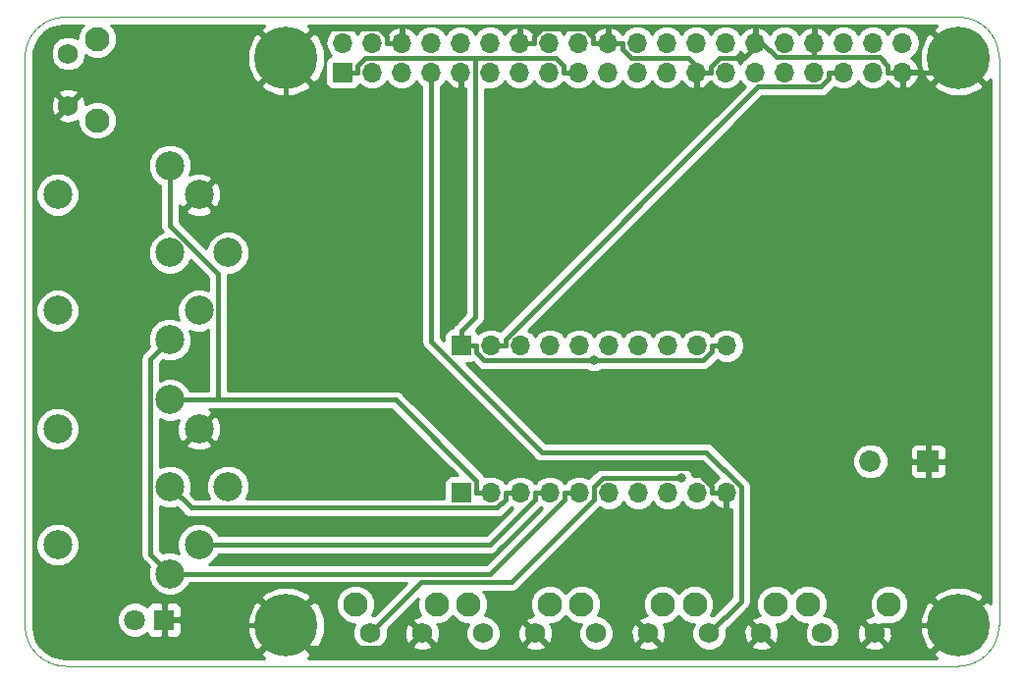
<source format=gtl>
G04 #@! TF.GenerationSoftware,KiCad,Pcbnew,(5.0.0-rc2-dev-756-g45dad4ded)*
G04 #@! TF.CreationDate,2018-05-20T06:56:17+02:00*
G04 #@! TF.ProjectId,Pi1541 Ad-on Board,5069313534312041642D6F6E20426F61,0.97*
G04 #@! TF.SameCoordinates,Original*
G04 #@! TF.FileFunction,Copper,L1,Top,Signal*
G04 #@! TF.FilePolarity,Positive*
%FSLAX46Y46*%
G04 Gerber Fmt 4.6, Leading zero omitted, Abs format (unit mm)*
G04 Created by KiCad (PCBNEW (5.0.0-rc2-dev-756-g45dad4ded)) date Sun May 20 06:56:17 2018*
%MOMM*%
%LPD*%
G01*
G04 APERTURE LIST*
G04 #@! TA.AperFunction,NonConductor*
%ADD10C,0.100000*%
G04 #@! TD*
G04 #@! TA.AperFunction,ComponentPad*
%ADD11C,2.500000*%
G04 #@! TD*
G04 #@! TA.AperFunction,ComponentPad*
%ADD12R,1.850000X1.850000*%
G04 #@! TD*
G04 #@! TA.AperFunction,ComponentPad*
%ADD13C,1.850000*%
G04 #@! TD*
G04 #@! TA.AperFunction,ComponentPad*
%ADD14R,1.800000X1.800000*%
G04 #@! TD*
G04 #@! TA.AperFunction,ComponentPad*
%ADD15C,1.800000*%
G04 #@! TD*
G04 #@! TA.AperFunction,ComponentPad*
%ADD16C,5.400000*%
G04 #@! TD*
G04 #@! TA.AperFunction,ComponentPad*
%ADD17C,2.100000*%
G04 #@! TD*
G04 #@! TA.AperFunction,ComponentPad*
%ADD18C,1.750000*%
G04 #@! TD*
G04 #@! TA.AperFunction,ComponentPad*
%ADD19R,1.700000X1.700000*%
G04 #@! TD*
G04 #@! TA.AperFunction,ComponentPad*
%ADD20O,1.700000X1.700000*%
G04 #@! TD*
G04 #@! TA.AperFunction,ViaPad*
%ADD21C,0.800000*%
G04 #@! TD*
G04 #@! TA.AperFunction,Conductor*
%ADD22C,0.400000*%
G04 #@! TD*
G04 #@! TA.AperFunction,Conductor*
%ADD23C,0.254000*%
G04 #@! TD*
G04 APERTURE END LIST*
D10*
X111000000Y-121000000D02*
G75*
G02X107500000Y-117500000I0J3500000D01*
G01*
X107500000Y-68500000D02*
G75*
G02X111000000Y-65000000I3500000J0D01*
G01*
X107500000Y-68500000D02*
X107500000Y-117500000D01*
X191500000Y-117500000D02*
G75*
G02X188000000Y-121000000I-3500000J0D01*
G01*
X188000000Y-65000000D02*
G75*
G02X191500000Y-68500000I0J-3500000D01*
G01*
X191500000Y-117500000D02*
X191500000Y-68500000D01*
X111000000Y-121000000D02*
X188000000Y-121000000D01*
X111000000Y-65000000D02*
X188000000Y-65000000D01*
D11*
G04 #@! TO.P,J2,6*
G04 #@! TO.N,IEC-~RESET*
X125000000Y-85320000D03*
G04 #@! TO.P,J2,2*
G04 #@! TO.N,GND*
X122500000Y-80320000D03*
G04 #@! TO.P,J2,4*
G04 #@! TO.N,IEC-CLK*
X122500000Y-90320000D03*
G04 #@! TO.P,J2,1*
G04 #@! TO.N,IEC-SRQ*
X120000000Y-77820000D03*
G04 #@! TO.P,J2,3*
G04 #@! TO.N,IEC-ATN*
X120000000Y-85320000D03*
G04 #@! TO.P,J2,5*
G04 #@! TO.N,IEC-DATA*
X120000000Y-92820000D03*
G04 #@! TO.P,J2,*
G04 #@! TO.N,*
X110300000Y-90320000D03*
X110300000Y-80320000D03*
G04 #@! TD*
G04 #@! TO.P,J3,*
G04 #@! TO.N,*
X110300000Y-100520000D03*
X110300000Y-110520000D03*
G04 #@! TO.P,J3,5*
G04 #@! TO.N,IEC-DATA*
X120000000Y-113020000D03*
G04 #@! TO.P,J3,3*
G04 #@! TO.N,IEC-ATN*
X120000000Y-105520000D03*
G04 #@! TO.P,J3,1*
G04 #@! TO.N,IEC-SRQ*
X120000000Y-98020000D03*
G04 #@! TO.P,J3,4*
G04 #@! TO.N,IEC-CLK*
X122500000Y-110520000D03*
G04 #@! TO.P,J3,2*
G04 #@! TO.N,GND*
X122500000Y-100520000D03*
G04 #@! TO.P,J3,6*
G04 #@! TO.N,IEC-~RESET*
X125000000Y-105520000D03*
G04 #@! TD*
D12*
G04 #@! TO.P,PIEZO1,1*
G04 #@! TO.N,GND*
X185380000Y-103320000D03*
D13*
G04 #@! TO.P,PIEZO1,2*
G04 #@! TO.N,PIEZO*
X180380000Y-103320000D03*
G04 #@! TD*
D14*
G04 #@! TO.P,D1,1*
G04 #@! TO.N,GND*
X119500000Y-117000000D03*
D15*
G04 #@! TO.P,D1,2*
G04 #@! TO.N,Net-(D1-Pad2)*
X116960000Y-117000000D03*
G04 #@! TD*
D16*
G04 #@! TO.P,MK1,1*
G04 #@! TO.N,GND*
X130000000Y-68500000D03*
G04 #@! TD*
G04 #@! TO.P,MK2,1*
G04 #@! TO.N,GND*
X188000000Y-68500000D03*
G04 #@! TD*
G04 #@! TO.P,MK3,1*
G04 #@! TO.N,GND*
X188000000Y-117500000D03*
G04 #@! TD*
G04 #@! TO.P,MK4,1*
G04 #@! TO.N,GND*
X130000000Y-117500000D03*
G04 #@! TD*
D17*
G04 #@! TO.P,SW1,*
G04 #@! TO.N,*
X143010000Y-115660000D03*
D18*
G04 #@! TO.P,SW1,2*
G04 #@! TO.N,GND*
X141750000Y-118150000D03*
G04 #@! TO.P,SW1,1*
G04 #@! TO.N,SW1_BTN*
X137250000Y-118150000D03*
D17*
G04 #@! TO.P,SW1,*
G04 #@! TO.N,*
X136000000Y-115660000D03*
G04 #@! TD*
G04 #@! TO.P,SW2,*
G04 #@! TO.N,*
X145750000Y-115660000D03*
D18*
G04 #@! TO.P,SW2,1*
G04 #@! TO.N,SW2_BTN*
X147000000Y-118150000D03*
G04 #@! TO.P,SW2,2*
G04 #@! TO.N,GND*
X151500000Y-118150000D03*
D17*
G04 #@! TO.P,SW2,*
G04 #@! TO.N,*
X152760000Y-115660000D03*
G04 #@! TD*
G04 #@! TO.P,SW3,*
G04 #@! TO.N,*
X162510000Y-115660000D03*
D18*
G04 #@! TO.P,SW3,2*
G04 #@! TO.N,GND*
X161250000Y-118150000D03*
G04 #@! TO.P,SW3,1*
G04 #@! TO.N,SW3_BTN*
X156750000Y-118150000D03*
D17*
G04 #@! TO.P,SW3,*
G04 #@! TO.N,*
X155500000Y-115660000D03*
G04 #@! TD*
G04 #@! TO.P,SW4,*
G04 #@! TO.N,*
X165250000Y-115660000D03*
D18*
G04 #@! TO.P,SW4,1*
G04 #@! TO.N,SW4_BTN*
X166500000Y-118150000D03*
G04 #@! TO.P,SW4,2*
G04 #@! TO.N,GND*
X171000000Y-118150000D03*
D17*
G04 #@! TO.P,SW4,*
G04 #@! TO.N,*
X172260000Y-115660000D03*
G04 #@! TD*
G04 #@! TO.P,SW5,*
G04 #@! TO.N,*
X182010000Y-115660000D03*
D18*
G04 #@! TO.P,SW5,2*
G04 #@! TO.N,GND*
X180750000Y-118150000D03*
G04 #@! TO.P,SW5,1*
G04 #@! TO.N,SW5_BTN*
X176250000Y-118150000D03*
D17*
G04 #@! TO.P,SW5,*
G04 #@! TO.N,*
X175000000Y-115660000D03*
G04 #@! TD*
G04 #@! TO.P,SW6,*
G04 #@! TO.N,*
X113720000Y-73900000D03*
D18*
G04 #@! TO.P,SW6,2*
G04 #@! TO.N,GND*
X111230000Y-72640000D03*
G04 #@! TO.P,SW6,1*
G04 #@! TO.N,IEC-~RESET*
X111230000Y-68140000D03*
D17*
G04 #@! TO.P,SW6,*
G04 #@! TO.N,*
X113720000Y-66890000D03*
G04 #@! TD*
D19*
G04 #@! TO.P,J4,1*
G04 #@! TO.N,+3V3*
X145140000Y-93340000D03*
D20*
G04 #@! TO.P,J4,2*
G04 #@! TO.N,SRQ*
X147680000Y-93340000D03*
G04 #@! TO.P,J4,3*
G04 #@! TO.N,ATN*
X150220000Y-93340000D03*
G04 #@! TO.P,J4,4*
G04 #@! TO.N,CLK*
X152760000Y-93340000D03*
G04 #@! TO.P,J4,5*
G04 #@! TO.N,DATA*
X155300000Y-93340000D03*
G04 #@! TO.P,J4,6*
G04 #@! TO.N,~RESET*
X157840000Y-93340000D03*
G04 #@! TO.P,J4,7*
G04 #@! TO.N,N/C*
X160380000Y-93340000D03*
G04 #@! TO.P,J4,8*
X162920000Y-93340000D03*
G04 #@! TO.P,J4,9*
X165460000Y-93340000D03*
G04 #@! TO.P,J4,10*
G04 #@! TO.N,+3V3*
X168000000Y-93340000D03*
G04 #@! TD*
G04 #@! TO.P,J5,10*
G04 #@! TO.N,GND*
X168000000Y-106040000D03*
G04 #@! TO.P,J5,9*
G04 #@! TO.N,N/C*
X165460000Y-106040000D03*
G04 #@! TO.P,J5,8*
X162920000Y-106040000D03*
G04 #@! TO.P,J5,7*
X160380000Y-106040000D03*
G04 #@! TO.P,J5,6*
G04 #@! TO.N,IEC-~RESET*
X157840000Y-106040000D03*
G04 #@! TO.P,J5,5*
G04 #@! TO.N,IEC-DATA*
X155300000Y-106040000D03*
G04 #@! TO.P,J5,4*
G04 #@! TO.N,IEC-CLK*
X152760000Y-106040000D03*
G04 #@! TO.P,J5,3*
G04 #@! TO.N,IEC-ATN*
X150220000Y-106040000D03*
G04 #@! TO.P,J5,2*
G04 #@! TO.N,IEC-SRQ*
X147680000Y-106040000D03*
D19*
G04 #@! TO.P,J5,1*
G04 #@! TO.N,+5V*
X145140000Y-106040000D03*
G04 #@! TD*
G04 #@! TO.P,J1,1*
G04 #@! TO.N,+3V3*
X134900000Y-69760000D03*
D20*
G04 #@! TO.P,J1,2*
G04 #@! TO.N,+5V*
X134900000Y-67220000D03*
G04 #@! TO.P,J1,3*
G04 #@! TO.N,ATN*
X137440000Y-69760000D03*
G04 #@! TO.P,J1,4*
G04 #@! TO.N,+5V*
X137440000Y-67220000D03*
G04 #@! TO.P,J1,5*
G04 #@! TO.N,~RESET*
X139980000Y-69760000D03*
G04 #@! TO.P,J1,6*
G04 #@! TO.N,GND*
X139980000Y-67220000D03*
G04 #@! TO.P,J1,7*
G04 #@! TO.N,SW4_BTN*
X142520000Y-69760000D03*
G04 #@! TO.P,J1,8*
G04 #@! TO.N,N/C*
X142520000Y-67220000D03*
G04 #@! TO.P,J1,9*
G04 #@! TO.N,GND*
X145060000Y-69760000D03*
G04 #@! TO.P,J1,10*
G04 #@! TO.N,N/C*
X145060000Y-67220000D03*
G04 #@! TO.P,J1,11*
G04 #@! TO.N,CLK*
X147600000Y-69760000D03*
G04 #@! TO.P,J1,12*
G04 #@! TO.N,DATA*
X147600000Y-67220000D03*
G04 #@! TO.P,J1,13*
G04 #@! TO.N,SW1_BTN*
X150140000Y-69760000D03*
G04 #@! TO.P,J1,14*
G04 #@! TO.N,GND*
X150140000Y-67220000D03*
G04 #@! TO.P,J1,15*
G04 #@! TO.N,SW2_BTN*
X152680000Y-69760000D03*
G04 #@! TO.P,J1,16*
G04 #@! TO.N,SW3_BTN*
X152680000Y-67220000D03*
G04 #@! TO.P,J1,17*
G04 #@! TO.N,+3V3*
X155220000Y-69760000D03*
G04 #@! TO.P,J1,18*
G04 #@! TO.N,N/C*
X155220000Y-67220000D03*
G04 #@! TO.P,J1,19*
X157760000Y-69760000D03*
G04 #@! TO.P,J1,20*
G04 #@! TO.N,GND*
X157760000Y-67220000D03*
G04 #@! TO.P,J1,21*
G04 #@! TO.N,N/C*
X160300000Y-69760000D03*
G04 #@! TO.P,J1,22*
X160300000Y-67220000D03*
G04 #@! TO.P,J1,23*
X162840000Y-69760000D03*
G04 #@! TO.P,J1,24*
X162840000Y-67220000D03*
G04 #@! TO.P,J1,25*
G04 #@! TO.N,GND*
X165380000Y-69760000D03*
G04 #@! TO.P,J1,26*
G04 #@! TO.N,N/C*
X165380000Y-67220000D03*
G04 #@! TO.P,J1,27*
X167920000Y-69760000D03*
G04 #@! TO.P,J1,28*
X167920000Y-67220000D03*
G04 #@! TO.P,J1,29*
G04 #@! TO.N,SW5_BTN*
X170460000Y-69760000D03*
G04 #@! TO.P,J1,30*
G04 #@! TO.N,GND*
X170460000Y-67220000D03*
G04 #@! TO.P,J1,31*
G04 #@! TO.N,N/C*
X173000000Y-69760000D03*
G04 #@! TO.P,J1,32*
X173000000Y-67220000D03*
G04 #@! TO.P,J1,33*
G04 #@! TO.N,PIEZO*
X175540000Y-69760000D03*
G04 #@! TO.P,J1,34*
G04 #@! TO.N,GND*
X175540000Y-67220000D03*
G04 #@! TO.P,J1,35*
G04 #@! TO.N,SRQ*
X178080000Y-69760000D03*
G04 #@! TO.P,J1,36*
G04 #@! TO.N,ACT_LED*
X178080000Y-67220000D03*
G04 #@! TO.P,J1,37*
G04 #@! TO.N,N/C*
X180620000Y-69760000D03*
G04 #@! TO.P,J1,38*
X180620000Y-67220000D03*
G04 #@! TO.P,J1,39*
G04 #@! TO.N,GND*
X183160000Y-69760000D03*
G04 #@! TO.P,J1,40*
G04 #@! TO.N,N/C*
X183160000Y-67220000D03*
G04 #@! TD*
D21*
G04 #@! TO.N,GND*
X155026600Y-103913100D03*
X119900000Y-109200000D03*
X125100000Y-108500000D03*
X125100000Y-111900000D03*
X121300000Y-95600000D03*
X176600000Y-109100000D03*
X178400000Y-99700000D03*
X138000000Y-73700000D03*
X150700000Y-73700000D03*
X155700000Y-78600000D03*
X155300000Y-72300000D03*
X141200000Y-91900000D03*
X149900000Y-86300000D03*
X148000000Y-96300000D03*
X148000000Y-102700000D03*
X160200000Y-98500000D03*
X162800000Y-98500000D03*
X162900000Y-86300000D03*
G04 #@! TO.N,+3V3*
X156555600Y-94617300D03*
G04 #@! TO.N,SW1_BTN*
X164078100Y-104763400D03*
G04 #@! TD*
D22*
G04 #@! TO.N,GND*
X157760000Y-67220000D02*
X159010300Y-67220000D01*
X165978200Y-69760000D02*
X164708200Y-68490000D01*
X164708200Y-68490000D02*
X159762200Y-68490000D01*
X159762200Y-68490000D02*
X159010300Y-67738100D01*
X159010300Y-67738100D02*
X159010300Y-67220000D01*
X165978200Y-69760000D02*
X166630300Y-69760000D01*
X165380000Y-69760000D02*
X165978200Y-69760000D01*
X170759100Y-67220000D02*
X169489100Y-68490000D01*
X169489100Y-68490000D02*
X167382200Y-68490000D01*
X167382200Y-68490000D02*
X166630300Y-69241900D01*
X166630300Y-69241900D02*
X166630300Y-69760000D01*
X170759100Y-67220000D02*
X171058200Y-67220000D01*
X170460000Y-67220000D02*
X170759100Y-67220000D01*
X175540000Y-68470300D02*
X172308500Y-68470300D01*
X172308500Y-68470300D02*
X171058200Y-67220000D01*
X181909700Y-69760000D02*
X181909700Y-69213000D01*
X181909700Y-69213000D02*
X181167000Y-68470300D01*
X181167000Y-68470300D02*
X175540000Y-68470300D01*
X175540000Y-67220000D02*
X175540000Y-68470300D01*
X183160000Y-69760000D02*
X181909700Y-69760000D01*
X188000000Y-68500000D02*
X186740000Y-69760000D01*
X186740000Y-69760000D02*
X183160000Y-69760000D01*
X168000000Y-106040000D02*
X166749700Y-106040000D01*
X166749700Y-106040000D02*
X166749700Y-105493000D01*
X166749700Y-105493000D02*
X165169800Y-103913100D01*
X165169800Y-103913100D02*
X155026600Y-103913100D01*
X141750000Y-118150000D02*
X140456400Y-119443600D01*
X140456400Y-119443600D02*
X131943600Y-119443600D01*
X131943600Y-119443600D02*
X130000000Y-117500000D01*
X130000000Y-68500000D02*
X130000000Y-72820000D01*
X130000000Y-72820000D02*
X122500000Y-80320000D01*
X138729700Y-67220000D02*
X138729700Y-66673000D01*
X138729700Y-66673000D02*
X138024300Y-65967600D01*
X138024300Y-65967600D02*
X132532400Y-65967600D01*
X132532400Y-65967600D02*
X130000000Y-68500000D01*
X139980000Y-67220000D02*
X138729700Y-67220000D01*
X180750000Y-118150000D02*
X179474600Y-119425400D01*
X179474600Y-119425400D02*
X172275400Y-119425400D01*
X172275400Y-119425400D02*
X171000000Y-118150000D01*
X188000000Y-117500000D02*
X181400000Y-117500000D01*
X181400000Y-117500000D02*
X180750000Y-118150000D01*
X119500000Y-117000000D02*
X120800300Y-117000000D01*
X130000000Y-117500000D02*
X121300300Y-117500000D01*
X121300300Y-117500000D02*
X120800300Y-117000000D01*
X157760000Y-67220000D02*
X156509700Y-67220000D01*
X150140000Y-67220000D02*
X151390300Y-67220000D01*
X151390300Y-67220000D02*
X151390300Y-66673000D01*
X151390300Y-66673000D02*
X152102100Y-65961200D01*
X152102100Y-65961200D02*
X155769000Y-65961200D01*
X155769000Y-65961200D02*
X156509700Y-66701900D01*
X156509700Y-66701900D02*
X156509700Y-67220000D01*
G04 #@! TO.N,+3V3*
X145140000Y-93340000D02*
X146390300Y-93340000D01*
X156555600Y-94617300D02*
X147120600Y-94617300D01*
X147120600Y-94617300D02*
X146390300Y-93887000D01*
X146390300Y-93887000D02*
X146390300Y-93340000D01*
X145140000Y-93340000D02*
X145140000Y-92089700D01*
X146330000Y-68509700D02*
X146330000Y-90899700D01*
X146330000Y-90899700D02*
X145140000Y-92089700D01*
X146330000Y-68509700D02*
X136853500Y-68509700D01*
X136853500Y-68509700D02*
X136150300Y-69212900D01*
X136150300Y-69212900D02*
X136150300Y-69760000D01*
X153969700Y-69760000D02*
X153969700Y-69213000D01*
X153969700Y-69213000D02*
X153266400Y-68509700D01*
X153266400Y-68509700D02*
X146330000Y-68509700D01*
X134900000Y-69760000D02*
X136150300Y-69760000D01*
X155220000Y-69760000D02*
X153969700Y-69760000D01*
X156555600Y-94617300D02*
X165990500Y-94617300D01*
X165990500Y-94617300D02*
X166749700Y-93858100D01*
X166749700Y-93858100D02*
X166749700Y-93340000D01*
X168000000Y-93340000D02*
X166749700Y-93340000D01*
G04 #@! TO.N,IEC-CLK*
X152760000Y-106040000D02*
X151509700Y-106040000D01*
X151509700Y-106040000D02*
X151509700Y-106587000D01*
X151509700Y-106587000D02*
X147576700Y-110520000D01*
X147576700Y-110520000D02*
X122500000Y-110520000D01*
G04 #@! TO.N,IEC-ATN*
X150220000Y-106040000D02*
X148969700Y-106040000D01*
X148969700Y-106040000D02*
X148969700Y-106587000D01*
X148969700Y-106587000D02*
X148221100Y-107335600D01*
X148221100Y-107335600D02*
X121815600Y-107335600D01*
X121815600Y-107335600D02*
X120000000Y-105520000D01*
G04 #@! TO.N,IEC-DATA*
X120000000Y-113020000D02*
X118308700Y-111328700D01*
X118308700Y-111328700D02*
X118308700Y-94511300D01*
X118308700Y-94511300D02*
X120000000Y-92820000D01*
X154049700Y-106040000D02*
X154049700Y-106587000D01*
X154049700Y-106587000D02*
X147616700Y-113020000D01*
X147616700Y-113020000D02*
X120000000Y-113020000D01*
X155300000Y-106040000D02*
X154049700Y-106040000D01*
G04 #@! TO.N,SW4_BTN*
X142520000Y-69760000D02*
X142520000Y-92989800D01*
X142520000Y-92989800D02*
X152048200Y-102518000D01*
X152048200Y-102518000D02*
X166251600Y-102518000D01*
X166251600Y-102518000D02*
X169259400Y-105525800D01*
X169259400Y-105525800D02*
X169259400Y-115390600D01*
X169259400Y-115390600D02*
X166500000Y-118150000D01*
G04 #@! TO.N,SW1_BTN*
X164078100Y-104763400D02*
X157310100Y-104763400D01*
X157310100Y-104763400D02*
X156570000Y-105503500D01*
X156570000Y-105503500D02*
X156570000Y-106586200D01*
X156570000Y-106586200D02*
X149453600Y-113702600D01*
X149453600Y-113702600D02*
X141697400Y-113702600D01*
X141697400Y-113702600D02*
X137250000Y-118150000D01*
G04 #@! TO.N,IEC-SRQ*
X124173500Y-98020000D02*
X120000000Y-98020000D01*
X146429700Y-106040000D02*
X146429700Y-105024100D01*
X146429700Y-105024100D02*
X139425600Y-98020000D01*
X139425600Y-98020000D02*
X124173500Y-98020000D01*
X124173500Y-98020000D02*
X124173500Y-87159400D01*
X124173500Y-87159400D02*
X120000000Y-82985900D01*
X120000000Y-82985900D02*
X120000000Y-77820000D01*
X147680000Y-106040000D02*
X146429700Y-106040000D01*
G04 #@! TO.N,SRQ*
X147680000Y-93340000D02*
X148930300Y-93340000D01*
X178080000Y-69760000D02*
X176829700Y-69760000D01*
X176829700Y-69760000D02*
X176829700Y-70307100D01*
X176829700Y-70307100D02*
X176126500Y-71010300D01*
X176126500Y-71010300D02*
X170741900Y-71010300D01*
X170741900Y-71010300D02*
X148930300Y-92821900D01*
X148930300Y-92821900D02*
X148930300Y-93340000D01*
G04 #@! TD*
D23*
G04 #@! TO.N,GND*
G36*
X112291526Y-65935524D02*
X112035000Y-66554833D01*
X112035000Y-66839030D01*
X111530358Y-66630000D01*
X110929642Y-66630000D01*
X110374654Y-66859884D01*
X109949884Y-67284654D01*
X109720000Y-67839642D01*
X109720000Y-68440358D01*
X109949884Y-68995346D01*
X110374654Y-69420116D01*
X110929642Y-69650000D01*
X111530358Y-69650000D01*
X112085346Y-69420116D01*
X112348467Y-69156995D01*
X126663738Y-69156995D01*
X127169117Y-70383716D01*
X127176341Y-70394528D01*
X127619809Y-70700586D01*
X129820395Y-68500000D01*
X130179605Y-68500000D01*
X132380191Y-70700586D01*
X132823659Y-70394528D01*
X133333725Y-69169748D01*
X133336262Y-67843005D01*
X132830883Y-66616284D01*
X132823659Y-66605472D01*
X132380191Y-66299414D01*
X130179605Y-68500000D01*
X129820395Y-68500000D01*
X127619809Y-66299414D01*
X127176341Y-66605472D01*
X126666275Y-67830252D01*
X126663738Y-69156995D01*
X112348467Y-69156995D01*
X112510116Y-68995346D01*
X112740000Y-68440358D01*
X112740000Y-68292950D01*
X112765524Y-68318474D01*
X113384833Y-68575000D01*
X114055167Y-68575000D01*
X114674476Y-68318474D01*
X115148474Y-67844476D01*
X115405000Y-67225167D01*
X115405000Y-66554833D01*
X115148474Y-65935524D01*
X114897950Y-65685000D01*
X128099496Y-65685000D01*
X127799414Y-66119809D01*
X130000000Y-68320395D01*
X132200586Y-66119809D01*
X131900504Y-65685000D01*
X186099496Y-65685000D01*
X185799414Y-66119809D01*
X188000000Y-68320395D01*
X188014143Y-68306253D01*
X188193748Y-68485858D01*
X188179605Y-68500000D01*
X190380191Y-70700586D01*
X190815001Y-70400503D01*
X190815000Y-115599496D01*
X190380191Y-115299414D01*
X188179605Y-117500000D01*
X188193748Y-117514143D01*
X188014143Y-117693748D01*
X188000000Y-117679605D01*
X185799414Y-119880191D01*
X186099496Y-120315000D01*
X131900504Y-120315000D01*
X132200586Y-119880191D01*
X130000000Y-117679605D01*
X127799414Y-119880191D01*
X128099496Y-120315000D01*
X111037095Y-120315000D01*
X110396386Y-120245397D01*
X109820936Y-120051736D01*
X109300490Y-119739021D01*
X108859337Y-119321844D01*
X108518062Y-118819672D01*
X108292579Y-118255925D01*
X108188886Y-117629568D01*
X108185000Y-117490434D01*
X108185000Y-116694670D01*
X115425000Y-116694670D01*
X115425000Y-117305330D01*
X115658690Y-117869507D01*
X116090493Y-118301310D01*
X116654670Y-118535000D01*
X117265330Y-118535000D01*
X117829507Y-118301310D01*
X118005861Y-118124956D01*
X118061673Y-118259699D01*
X118240302Y-118438327D01*
X118473691Y-118535000D01*
X119214250Y-118535000D01*
X119373000Y-118376250D01*
X119373000Y-117127000D01*
X119627000Y-117127000D01*
X119627000Y-118376250D01*
X119785750Y-118535000D01*
X120526309Y-118535000D01*
X120759698Y-118438327D01*
X120938327Y-118259699D01*
X120980868Y-118156995D01*
X126663738Y-118156995D01*
X127169117Y-119383716D01*
X127176341Y-119394528D01*
X127619809Y-119700586D01*
X129820395Y-117500000D01*
X130179605Y-117500000D01*
X132380191Y-119700586D01*
X132823659Y-119394528D01*
X133333725Y-118169748D01*
X133336262Y-116843005D01*
X132830883Y-115616284D01*
X132823659Y-115605472D01*
X132380191Y-115299414D01*
X130179605Y-117500000D01*
X129820395Y-117500000D01*
X127619809Y-115299414D01*
X127176341Y-115605472D01*
X126666275Y-116830252D01*
X126663738Y-118156995D01*
X120980868Y-118156995D01*
X121035000Y-118026310D01*
X121035000Y-117285750D01*
X120876250Y-117127000D01*
X119627000Y-117127000D01*
X119373000Y-117127000D01*
X119353000Y-117127000D01*
X119353000Y-116873000D01*
X119373000Y-116873000D01*
X119373000Y-115623750D01*
X119627000Y-115623750D01*
X119627000Y-116873000D01*
X120876250Y-116873000D01*
X121035000Y-116714250D01*
X121035000Y-115973690D01*
X120938327Y-115740301D01*
X120759698Y-115561673D01*
X120526309Y-115465000D01*
X119785750Y-115465000D01*
X119627000Y-115623750D01*
X119373000Y-115623750D01*
X119214250Y-115465000D01*
X118473691Y-115465000D01*
X118240302Y-115561673D01*
X118061673Y-115740301D01*
X118005861Y-115875044D01*
X117829507Y-115698690D01*
X117265330Y-115465000D01*
X116654670Y-115465000D01*
X116090493Y-115698690D01*
X115658690Y-116130493D01*
X115425000Y-116694670D01*
X108185000Y-116694670D01*
X108185000Y-115119809D01*
X127799414Y-115119809D01*
X130000000Y-117320395D01*
X132200586Y-115119809D01*
X131894528Y-114676341D01*
X130669748Y-114166275D01*
X129343005Y-114163738D01*
X128116284Y-114669117D01*
X128105472Y-114676341D01*
X127799414Y-115119809D01*
X108185000Y-115119809D01*
X108185000Y-110145050D01*
X108415000Y-110145050D01*
X108415000Y-110894950D01*
X108701974Y-111587767D01*
X109232233Y-112118026D01*
X109925050Y-112405000D01*
X110674950Y-112405000D01*
X111367767Y-112118026D01*
X111898026Y-111587767D01*
X112185000Y-110894950D01*
X112185000Y-110145050D01*
X111898026Y-109452233D01*
X111367767Y-108921974D01*
X110674950Y-108635000D01*
X109925050Y-108635000D01*
X109232233Y-108921974D01*
X108701974Y-109452233D01*
X108415000Y-110145050D01*
X108185000Y-110145050D01*
X108185000Y-100145050D01*
X108415000Y-100145050D01*
X108415000Y-100894950D01*
X108701974Y-101587767D01*
X109232233Y-102118026D01*
X109925050Y-102405000D01*
X110674950Y-102405000D01*
X111367767Y-102118026D01*
X111898026Y-101587767D01*
X112185000Y-100894950D01*
X112185000Y-100145050D01*
X111898026Y-99452233D01*
X111367767Y-98921974D01*
X110674950Y-98635000D01*
X109925050Y-98635000D01*
X109232233Y-98921974D01*
X108701974Y-99452233D01*
X108415000Y-100145050D01*
X108185000Y-100145050D01*
X108185000Y-94511300D01*
X117457343Y-94511300D01*
X117473701Y-94593538D01*
X117473700Y-111246467D01*
X117457343Y-111328700D01*
X117473700Y-111410933D01*
X117473700Y-111410936D01*
X117522148Y-111654500D01*
X117706699Y-111930701D01*
X117776420Y-111977287D01*
X118211415Y-112412283D01*
X118115000Y-112645050D01*
X118115000Y-113394950D01*
X118401974Y-114087767D01*
X118932233Y-114618026D01*
X119625050Y-114905000D01*
X120374950Y-114905000D01*
X121067767Y-114618026D01*
X121598026Y-114087767D01*
X121694441Y-113855000D01*
X140364131Y-113855000D01*
X137570705Y-116648428D01*
X137550358Y-116640000D01*
X137402950Y-116640000D01*
X137428474Y-116614476D01*
X137685000Y-115995167D01*
X137685000Y-115324833D01*
X137428474Y-114705524D01*
X136954476Y-114231526D01*
X136335167Y-113975000D01*
X135664833Y-113975000D01*
X135045524Y-114231526D01*
X134571526Y-114705524D01*
X134315000Y-115324833D01*
X134315000Y-115995167D01*
X134571526Y-116614476D01*
X135045524Y-117088474D01*
X135664833Y-117345000D01*
X135949030Y-117345000D01*
X135740000Y-117849642D01*
X135740000Y-118450358D01*
X135969884Y-119005346D01*
X136394654Y-119430116D01*
X136949642Y-119660000D01*
X137550358Y-119660000D01*
X138105346Y-119430116D01*
X138323402Y-119212060D01*
X140867545Y-119212060D01*
X140950884Y-119465953D01*
X141515306Y-119671590D01*
X142115458Y-119645579D01*
X142549116Y-119465953D01*
X142632455Y-119212060D01*
X141750000Y-118329605D01*
X140867545Y-119212060D01*
X138323402Y-119212060D01*
X138530116Y-119005346D01*
X138760000Y-118450358D01*
X138760000Y-117915306D01*
X140228410Y-117915306D01*
X140254421Y-118515458D01*
X140434047Y-118949116D01*
X140687940Y-119032455D01*
X141570395Y-118150000D01*
X140687940Y-117267545D01*
X140434047Y-117350884D01*
X140228410Y-117915306D01*
X138760000Y-117915306D01*
X138760000Y-117849642D01*
X138751572Y-117829295D01*
X141373765Y-115207103D01*
X141325000Y-115324833D01*
X141325000Y-115995167D01*
X141581526Y-116614476D01*
X141611629Y-116644579D01*
X141384542Y-116654421D01*
X140950884Y-116834047D01*
X140867545Y-117087940D01*
X141750000Y-117970395D01*
X141764143Y-117956253D01*
X141943748Y-118135858D01*
X141929605Y-118150000D01*
X142812060Y-119032455D01*
X143065953Y-118949116D01*
X143271590Y-118384694D01*
X143245579Y-117784542D01*
X143065953Y-117350884D01*
X143048027Y-117345000D01*
X143345167Y-117345000D01*
X143964476Y-117088474D01*
X144380000Y-116672950D01*
X144795524Y-117088474D01*
X145414833Y-117345000D01*
X145699030Y-117345000D01*
X145490000Y-117849642D01*
X145490000Y-118450358D01*
X145719884Y-119005346D01*
X146144654Y-119430116D01*
X146699642Y-119660000D01*
X147300358Y-119660000D01*
X147855346Y-119430116D01*
X148073402Y-119212060D01*
X150617545Y-119212060D01*
X150700884Y-119465953D01*
X151265306Y-119671590D01*
X151865458Y-119645579D01*
X152299116Y-119465953D01*
X152382455Y-119212060D01*
X151500000Y-118329605D01*
X150617545Y-119212060D01*
X148073402Y-119212060D01*
X148280116Y-119005346D01*
X148510000Y-118450358D01*
X148510000Y-117915306D01*
X149978410Y-117915306D01*
X150004421Y-118515458D01*
X150184047Y-118949116D01*
X150437940Y-119032455D01*
X151320395Y-118150000D01*
X150437940Y-117267545D01*
X150184047Y-117350884D01*
X149978410Y-117915306D01*
X148510000Y-117915306D01*
X148510000Y-117849642D01*
X148280116Y-117294654D01*
X148073402Y-117087940D01*
X150617545Y-117087940D01*
X151500000Y-117970395D01*
X151514143Y-117956253D01*
X151693748Y-118135858D01*
X151679605Y-118150000D01*
X152562060Y-119032455D01*
X152815953Y-118949116D01*
X153021590Y-118384694D01*
X152995579Y-117784542D01*
X152815953Y-117350884D01*
X152798027Y-117345000D01*
X153095167Y-117345000D01*
X153714476Y-117088474D01*
X154130000Y-116672950D01*
X154545524Y-117088474D01*
X155164833Y-117345000D01*
X155449030Y-117345000D01*
X155240000Y-117849642D01*
X155240000Y-118450358D01*
X155469884Y-119005346D01*
X155894654Y-119430116D01*
X156449642Y-119660000D01*
X157050358Y-119660000D01*
X157605346Y-119430116D01*
X157823402Y-119212060D01*
X160367545Y-119212060D01*
X160450884Y-119465953D01*
X161015306Y-119671590D01*
X161615458Y-119645579D01*
X162049116Y-119465953D01*
X162132455Y-119212060D01*
X161250000Y-118329605D01*
X160367545Y-119212060D01*
X157823402Y-119212060D01*
X158030116Y-119005346D01*
X158260000Y-118450358D01*
X158260000Y-117915306D01*
X159728410Y-117915306D01*
X159754421Y-118515458D01*
X159934047Y-118949116D01*
X160187940Y-119032455D01*
X161070395Y-118150000D01*
X160187940Y-117267545D01*
X159934047Y-117350884D01*
X159728410Y-117915306D01*
X158260000Y-117915306D01*
X158260000Y-117849642D01*
X158030116Y-117294654D01*
X157605346Y-116869884D01*
X157050358Y-116640000D01*
X156902950Y-116640000D01*
X156928474Y-116614476D01*
X157185000Y-115995167D01*
X157185000Y-115324833D01*
X156928474Y-114705524D01*
X156454476Y-114231526D01*
X155835167Y-113975000D01*
X155164833Y-113975000D01*
X154545524Y-114231526D01*
X154130000Y-114647050D01*
X153714476Y-114231526D01*
X153095167Y-113975000D01*
X152424833Y-113975000D01*
X151805524Y-114231526D01*
X151331526Y-114705524D01*
X151075000Y-115324833D01*
X151075000Y-115995167D01*
X151331526Y-116614476D01*
X151361629Y-116644579D01*
X151134542Y-116654421D01*
X150700884Y-116834047D01*
X150617545Y-117087940D01*
X148073402Y-117087940D01*
X147855346Y-116869884D01*
X147300358Y-116640000D01*
X147152950Y-116640000D01*
X147178474Y-116614476D01*
X147435000Y-115995167D01*
X147435000Y-115324833D01*
X147178474Y-114705524D01*
X147010550Y-114537600D01*
X149371367Y-114537600D01*
X149453600Y-114553957D01*
X149535833Y-114537600D01*
X149535837Y-114537600D01*
X149779401Y-114489152D01*
X150055601Y-114304601D01*
X150102187Y-114234880D01*
X157043368Y-107293701D01*
X157260582Y-107438839D01*
X157693744Y-107525000D01*
X157986256Y-107525000D01*
X158419418Y-107438839D01*
X158910625Y-107110625D01*
X159110000Y-106812239D01*
X159309375Y-107110625D01*
X159800582Y-107438839D01*
X160233744Y-107525000D01*
X160526256Y-107525000D01*
X160959418Y-107438839D01*
X161450625Y-107110625D01*
X161650000Y-106812239D01*
X161849375Y-107110625D01*
X162340582Y-107438839D01*
X162773744Y-107525000D01*
X163066256Y-107525000D01*
X163499418Y-107438839D01*
X163990625Y-107110625D01*
X164190000Y-106812239D01*
X164389375Y-107110625D01*
X164880582Y-107438839D01*
X165313744Y-107525000D01*
X165606256Y-107525000D01*
X166039418Y-107438839D01*
X166530625Y-107110625D01*
X166743843Y-106791522D01*
X166804817Y-106921358D01*
X167233076Y-107311645D01*
X167643110Y-107481476D01*
X167873000Y-107360155D01*
X167873000Y-106167000D01*
X167853000Y-106167000D01*
X167853000Y-105913000D01*
X167873000Y-105913000D01*
X167873000Y-105893000D01*
X168127000Y-105893000D01*
X168127000Y-105913000D01*
X168147000Y-105913000D01*
X168147000Y-106167000D01*
X168127000Y-106167000D01*
X168127000Y-107360155D01*
X168356890Y-107481476D01*
X168424400Y-107453514D01*
X168424401Y-115044731D01*
X166820705Y-116648428D01*
X166800358Y-116640000D01*
X166652950Y-116640000D01*
X166678474Y-116614476D01*
X166935000Y-115995167D01*
X166935000Y-115324833D01*
X166678474Y-114705524D01*
X166204476Y-114231526D01*
X165585167Y-113975000D01*
X164914833Y-113975000D01*
X164295524Y-114231526D01*
X163880000Y-114647050D01*
X163464476Y-114231526D01*
X162845167Y-113975000D01*
X162174833Y-113975000D01*
X161555524Y-114231526D01*
X161081526Y-114705524D01*
X160825000Y-115324833D01*
X160825000Y-115995167D01*
X161081526Y-116614476D01*
X161111629Y-116644579D01*
X160884542Y-116654421D01*
X160450884Y-116834047D01*
X160367545Y-117087940D01*
X161250000Y-117970395D01*
X161264143Y-117956253D01*
X161443748Y-118135858D01*
X161429605Y-118150000D01*
X162312060Y-119032455D01*
X162565953Y-118949116D01*
X162771590Y-118384694D01*
X162745579Y-117784542D01*
X162565953Y-117350884D01*
X162548027Y-117345000D01*
X162845167Y-117345000D01*
X163464476Y-117088474D01*
X163880000Y-116672950D01*
X164295524Y-117088474D01*
X164914833Y-117345000D01*
X165199030Y-117345000D01*
X164990000Y-117849642D01*
X164990000Y-118450358D01*
X165219884Y-119005346D01*
X165644654Y-119430116D01*
X166199642Y-119660000D01*
X166800358Y-119660000D01*
X167355346Y-119430116D01*
X167573402Y-119212060D01*
X170117545Y-119212060D01*
X170200884Y-119465953D01*
X170765306Y-119671590D01*
X171365458Y-119645579D01*
X171799116Y-119465953D01*
X171882455Y-119212060D01*
X171000000Y-118329605D01*
X170117545Y-119212060D01*
X167573402Y-119212060D01*
X167780116Y-119005346D01*
X168010000Y-118450358D01*
X168010000Y-117915306D01*
X169478410Y-117915306D01*
X169504421Y-118515458D01*
X169684047Y-118949116D01*
X169937940Y-119032455D01*
X170820395Y-118150000D01*
X169937940Y-117267545D01*
X169684047Y-117350884D01*
X169478410Y-117915306D01*
X168010000Y-117915306D01*
X168010000Y-117849642D01*
X168001572Y-117829295D01*
X168742927Y-117087940D01*
X170117545Y-117087940D01*
X171000000Y-117970395D01*
X171014143Y-117956253D01*
X171193748Y-118135858D01*
X171179605Y-118150000D01*
X172062060Y-119032455D01*
X172315953Y-118949116D01*
X172521590Y-118384694D01*
X172495579Y-117784542D01*
X172315953Y-117350884D01*
X172298027Y-117345000D01*
X172595167Y-117345000D01*
X173214476Y-117088474D01*
X173630000Y-116672950D01*
X174045524Y-117088474D01*
X174664833Y-117345000D01*
X174949030Y-117345000D01*
X174740000Y-117849642D01*
X174740000Y-118450358D01*
X174969884Y-119005346D01*
X175394654Y-119430116D01*
X175949642Y-119660000D01*
X176550358Y-119660000D01*
X177105346Y-119430116D01*
X177323402Y-119212060D01*
X179867545Y-119212060D01*
X179950884Y-119465953D01*
X180515306Y-119671590D01*
X181115458Y-119645579D01*
X181549116Y-119465953D01*
X181632455Y-119212060D01*
X180750000Y-118329605D01*
X179867545Y-119212060D01*
X177323402Y-119212060D01*
X177530116Y-119005346D01*
X177760000Y-118450358D01*
X177760000Y-117915306D01*
X179228410Y-117915306D01*
X179254421Y-118515458D01*
X179434047Y-118949116D01*
X179687940Y-119032455D01*
X180570395Y-118150000D01*
X179687940Y-117267545D01*
X179434047Y-117350884D01*
X179228410Y-117915306D01*
X177760000Y-117915306D01*
X177760000Y-117849642D01*
X177530116Y-117294654D01*
X177323402Y-117087940D01*
X179867545Y-117087940D01*
X180750000Y-117970395D01*
X180764143Y-117956253D01*
X180943748Y-118135858D01*
X180929605Y-118150000D01*
X181812060Y-119032455D01*
X182065953Y-118949116D01*
X182271590Y-118384694D01*
X182261722Y-118156995D01*
X184663738Y-118156995D01*
X185169117Y-119383716D01*
X185176341Y-119394528D01*
X185619809Y-119700586D01*
X187820395Y-117500000D01*
X185619809Y-115299414D01*
X185176341Y-115605472D01*
X184666275Y-116830252D01*
X184663738Y-118156995D01*
X182261722Y-118156995D01*
X182245579Y-117784542D01*
X182065953Y-117350884D01*
X182048027Y-117345000D01*
X182345167Y-117345000D01*
X182964476Y-117088474D01*
X183438474Y-116614476D01*
X183695000Y-115995167D01*
X183695000Y-115324833D01*
X183610077Y-115119809D01*
X185799414Y-115119809D01*
X188000000Y-117320395D01*
X190200586Y-115119809D01*
X189894528Y-114676341D01*
X188669748Y-114166275D01*
X187343005Y-114163738D01*
X186116284Y-114669117D01*
X186105472Y-114676341D01*
X185799414Y-115119809D01*
X183610077Y-115119809D01*
X183438474Y-114705524D01*
X182964476Y-114231526D01*
X182345167Y-113975000D01*
X181674833Y-113975000D01*
X181055524Y-114231526D01*
X180581526Y-114705524D01*
X180325000Y-115324833D01*
X180325000Y-115995167D01*
X180581526Y-116614476D01*
X180611629Y-116644579D01*
X180384542Y-116654421D01*
X179950884Y-116834047D01*
X179867545Y-117087940D01*
X177323402Y-117087940D01*
X177105346Y-116869884D01*
X176550358Y-116640000D01*
X176402950Y-116640000D01*
X176428474Y-116614476D01*
X176685000Y-115995167D01*
X176685000Y-115324833D01*
X176428474Y-114705524D01*
X175954476Y-114231526D01*
X175335167Y-113975000D01*
X174664833Y-113975000D01*
X174045524Y-114231526D01*
X173630000Y-114647050D01*
X173214476Y-114231526D01*
X172595167Y-113975000D01*
X171924833Y-113975000D01*
X171305524Y-114231526D01*
X170831526Y-114705524D01*
X170575000Y-115324833D01*
X170575000Y-115995167D01*
X170831526Y-116614476D01*
X170861629Y-116644579D01*
X170634542Y-116654421D01*
X170200884Y-116834047D01*
X170117545Y-117087940D01*
X168742927Y-117087940D01*
X169791683Y-116039185D01*
X169861401Y-115992601D01*
X170045952Y-115716401D01*
X170094400Y-115472837D01*
X170110758Y-115390600D01*
X170094400Y-115308363D01*
X170094400Y-105608037D01*
X170110758Y-105525800D01*
X170089964Y-105421263D01*
X170045952Y-105199999D01*
X169861401Y-104923799D01*
X169791683Y-104877215D01*
X167924165Y-103009697D01*
X178820000Y-103009697D01*
X178820000Y-103630303D01*
X179057496Y-104203669D01*
X179496331Y-104642504D01*
X180069697Y-104880000D01*
X180690303Y-104880000D01*
X181263669Y-104642504D01*
X181702504Y-104203669D01*
X181940000Y-103630303D01*
X181940000Y-103605750D01*
X183820000Y-103605750D01*
X183820000Y-104371309D01*
X183916673Y-104604698D01*
X184095301Y-104783327D01*
X184328690Y-104880000D01*
X185094250Y-104880000D01*
X185253000Y-104721250D01*
X185253000Y-103447000D01*
X185507000Y-103447000D01*
X185507000Y-104721250D01*
X185665750Y-104880000D01*
X186431310Y-104880000D01*
X186664699Y-104783327D01*
X186843327Y-104604698D01*
X186940000Y-104371309D01*
X186940000Y-103605750D01*
X186781250Y-103447000D01*
X185507000Y-103447000D01*
X185253000Y-103447000D01*
X183978750Y-103447000D01*
X183820000Y-103605750D01*
X181940000Y-103605750D01*
X181940000Y-103009697D01*
X181702504Y-102436331D01*
X181534864Y-102268691D01*
X183820000Y-102268691D01*
X183820000Y-103034250D01*
X183978750Y-103193000D01*
X185253000Y-103193000D01*
X185253000Y-101918750D01*
X185507000Y-101918750D01*
X185507000Y-103193000D01*
X186781250Y-103193000D01*
X186940000Y-103034250D01*
X186940000Y-102268691D01*
X186843327Y-102035302D01*
X186664699Y-101856673D01*
X186431310Y-101760000D01*
X185665750Y-101760000D01*
X185507000Y-101918750D01*
X185253000Y-101918750D01*
X185094250Y-101760000D01*
X184328690Y-101760000D01*
X184095301Y-101856673D01*
X183916673Y-102035302D01*
X183820000Y-102268691D01*
X181534864Y-102268691D01*
X181263669Y-101997496D01*
X180690303Y-101760000D01*
X180069697Y-101760000D01*
X179496331Y-101997496D01*
X179057496Y-102436331D01*
X178820000Y-103009697D01*
X167924165Y-103009697D01*
X166900187Y-101985720D01*
X166853601Y-101915999D01*
X166577401Y-101731448D01*
X166333837Y-101683000D01*
X166333833Y-101683000D01*
X166251600Y-101666643D01*
X166169367Y-101683000D01*
X152394068Y-101683000D01*
X145548507Y-94837440D01*
X145990000Y-94837440D01*
X146131689Y-94809257D01*
X146472014Y-95149582D01*
X146518599Y-95219301D01*
X146794799Y-95403852D01*
X147038363Y-95452300D01*
X147038366Y-95452300D01*
X147120599Y-95468657D01*
X147202832Y-95452300D01*
X155926889Y-95452300D01*
X155969320Y-95494731D01*
X156349726Y-95652300D01*
X156761474Y-95652300D01*
X157141880Y-95494731D01*
X157184311Y-95452300D01*
X165908267Y-95452300D01*
X165990500Y-95468657D01*
X166072733Y-95452300D01*
X166072737Y-95452300D01*
X166316301Y-95403852D01*
X166592501Y-95219301D01*
X166639087Y-95149580D01*
X167198332Y-94590336D01*
X167420582Y-94738839D01*
X167853744Y-94825000D01*
X168146256Y-94825000D01*
X168579418Y-94738839D01*
X169070625Y-94410625D01*
X169398839Y-93919418D01*
X169514092Y-93340000D01*
X169398839Y-92760582D01*
X169070625Y-92269375D01*
X168579418Y-91941161D01*
X168146256Y-91855000D01*
X167853744Y-91855000D01*
X167420582Y-91941161D01*
X166929375Y-92269375D01*
X166778975Y-92494465D01*
X166749700Y-92488642D01*
X166685648Y-92501383D01*
X166530625Y-92269375D01*
X166039418Y-91941161D01*
X165606256Y-91855000D01*
X165313744Y-91855000D01*
X164880582Y-91941161D01*
X164389375Y-92269375D01*
X164190000Y-92567761D01*
X163990625Y-92269375D01*
X163499418Y-91941161D01*
X163066256Y-91855000D01*
X162773744Y-91855000D01*
X162340582Y-91941161D01*
X161849375Y-92269375D01*
X161650000Y-92567761D01*
X161450625Y-92269375D01*
X160959418Y-91941161D01*
X160526256Y-91855000D01*
X160233744Y-91855000D01*
X159800582Y-91941161D01*
X159309375Y-92269375D01*
X159110000Y-92567761D01*
X158910625Y-92269375D01*
X158419418Y-91941161D01*
X157986256Y-91855000D01*
X157693744Y-91855000D01*
X157260582Y-91941161D01*
X156769375Y-92269375D01*
X156570000Y-92567761D01*
X156370625Y-92269375D01*
X155879418Y-91941161D01*
X155446256Y-91855000D01*
X155153744Y-91855000D01*
X154720582Y-91941161D01*
X154229375Y-92269375D01*
X154030000Y-92567761D01*
X153830625Y-92269375D01*
X153339418Y-91941161D01*
X152906256Y-91855000D01*
X152613744Y-91855000D01*
X152180582Y-91941161D01*
X151689375Y-92269375D01*
X151490000Y-92567761D01*
X151290625Y-92269375D01*
X150914806Y-92018261D01*
X171087768Y-71845300D01*
X176044267Y-71845300D01*
X176126500Y-71861657D01*
X176208733Y-71845300D01*
X176208737Y-71845300D01*
X176452301Y-71796852D01*
X176728501Y-71612301D01*
X176775087Y-71542580D01*
X177295716Y-71021952D01*
X177500582Y-71158839D01*
X177933744Y-71245000D01*
X178226256Y-71245000D01*
X178659418Y-71158839D01*
X179150625Y-70830625D01*
X179350000Y-70532239D01*
X179549375Y-70830625D01*
X180040582Y-71158839D01*
X180473744Y-71245000D01*
X180766256Y-71245000D01*
X181199418Y-71158839D01*
X181690625Y-70830625D01*
X181903843Y-70511522D01*
X181964817Y-70641358D01*
X182393076Y-71031645D01*
X182803110Y-71201476D01*
X183033000Y-71080155D01*
X183033000Y-69887000D01*
X183287000Y-69887000D01*
X183287000Y-71080155D01*
X183516890Y-71201476D01*
X183926924Y-71031645D01*
X184093113Y-70880191D01*
X185799414Y-70880191D01*
X186105472Y-71323659D01*
X187330252Y-71833725D01*
X188656995Y-71836262D01*
X189883716Y-71330883D01*
X189894528Y-71323659D01*
X190200586Y-70880191D01*
X188000000Y-68679605D01*
X185799414Y-70880191D01*
X184093113Y-70880191D01*
X184355183Y-70641358D01*
X184601486Y-70116892D01*
X184480819Y-69887000D01*
X183287000Y-69887000D01*
X183033000Y-69887000D01*
X183013000Y-69887000D01*
X183013000Y-69633000D01*
X183033000Y-69633000D01*
X183033000Y-69613000D01*
X183287000Y-69613000D01*
X183287000Y-69633000D01*
X184480819Y-69633000D01*
X184601486Y-69403108D01*
X184485905Y-69156995D01*
X184663738Y-69156995D01*
X185169117Y-70383716D01*
X185176341Y-70394528D01*
X185619809Y-70700586D01*
X187820395Y-68500000D01*
X185619809Y-66299414D01*
X185176341Y-66605472D01*
X184666275Y-67830252D01*
X184663738Y-69156995D01*
X184485905Y-69156995D01*
X184355183Y-68878642D01*
X183930214Y-68491353D01*
X184230625Y-68290625D01*
X184558839Y-67799418D01*
X184674092Y-67220000D01*
X184558839Y-66640582D01*
X184230625Y-66149375D01*
X183739418Y-65821161D01*
X183306256Y-65735000D01*
X183013744Y-65735000D01*
X182580582Y-65821161D01*
X182089375Y-66149375D01*
X181890000Y-66447761D01*
X181690625Y-66149375D01*
X181199418Y-65821161D01*
X180766256Y-65735000D01*
X180473744Y-65735000D01*
X180040582Y-65821161D01*
X179549375Y-66149375D01*
X179350000Y-66447761D01*
X179150625Y-66149375D01*
X178659418Y-65821161D01*
X178226256Y-65735000D01*
X177933744Y-65735000D01*
X177500582Y-65821161D01*
X177009375Y-66149375D01*
X176796157Y-66468478D01*
X176735183Y-66338642D01*
X176306924Y-65948355D01*
X175896890Y-65778524D01*
X175667000Y-65899845D01*
X175667000Y-67093000D01*
X175687000Y-67093000D01*
X175687000Y-67347000D01*
X175667000Y-67347000D01*
X175667000Y-67367000D01*
X175413000Y-67367000D01*
X175413000Y-67347000D01*
X175393000Y-67347000D01*
X175393000Y-67093000D01*
X175413000Y-67093000D01*
X175413000Y-65899845D01*
X175183110Y-65778524D01*
X174773076Y-65948355D01*
X174344817Y-66338642D01*
X174283843Y-66468478D01*
X174070625Y-66149375D01*
X173579418Y-65821161D01*
X173146256Y-65735000D01*
X172853744Y-65735000D01*
X172420582Y-65821161D01*
X171929375Y-66149375D01*
X171716157Y-66468478D01*
X171655183Y-66338642D01*
X171226924Y-65948355D01*
X170816890Y-65778524D01*
X170587000Y-65899845D01*
X170587000Y-67093000D01*
X170607000Y-67093000D01*
X170607000Y-67347000D01*
X170587000Y-67347000D01*
X170587000Y-67367000D01*
X170333000Y-67367000D01*
X170333000Y-67347000D01*
X170313000Y-67347000D01*
X170313000Y-67093000D01*
X170333000Y-67093000D01*
X170333000Y-65899845D01*
X170103110Y-65778524D01*
X169693076Y-65948355D01*
X169264817Y-66338642D01*
X169203843Y-66468478D01*
X168990625Y-66149375D01*
X168499418Y-65821161D01*
X168066256Y-65735000D01*
X167773744Y-65735000D01*
X167340582Y-65821161D01*
X166849375Y-66149375D01*
X166650000Y-66447761D01*
X166450625Y-66149375D01*
X165959418Y-65821161D01*
X165526256Y-65735000D01*
X165233744Y-65735000D01*
X164800582Y-65821161D01*
X164309375Y-66149375D01*
X164110000Y-66447761D01*
X163910625Y-66149375D01*
X163419418Y-65821161D01*
X162986256Y-65735000D01*
X162693744Y-65735000D01*
X162260582Y-65821161D01*
X161769375Y-66149375D01*
X161570000Y-66447761D01*
X161370625Y-66149375D01*
X160879418Y-65821161D01*
X160446256Y-65735000D01*
X160153744Y-65735000D01*
X159720582Y-65821161D01*
X159229375Y-66149375D01*
X159016157Y-66468478D01*
X158955183Y-66338642D01*
X158526924Y-65948355D01*
X158116890Y-65778524D01*
X157887000Y-65899845D01*
X157887000Y-67093000D01*
X157907000Y-67093000D01*
X157907000Y-67347000D01*
X157887000Y-67347000D01*
X157887000Y-67367000D01*
X157633000Y-67367000D01*
X157633000Y-67347000D01*
X157613000Y-67347000D01*
X157613000Y-67093000D01*
X157633000Y-67093000D01*
X157633000Y-65899845D01*
X157403110Y-65778524D01*
X156993076Y-65948355D01*
X156564817Y-66338642D01*
X156503843Y-66468478D01*
X156290625Y-66149375D01*
X155799418Y-65821161D01*
X155366256Y-65735000D01*
X155073744Y-65735000D01*
X154640582Y-65821161D01*
X154149375Y-66149375D01*
X153950000Y-66447761D01*
X153750625Y-66149375D01*
X153259418Y-65821161D01*
X152826256Y-65735000D01*
X152533744Y-65735000D01*
X152100582Y-65821161D01*
X151609375Y-66149375D01*
X151396157Y-66468478D01*
X151335183Y-66338642D01*
X150906924Y-65948355D01*
X150496890Y-65778524D01*
X150267000Y-65899845D01*
X150267000Y-67093000D01*
X150287000Y-67093000D01*
X150287000Y-67347000D01*
X150267000Y-67347000D01*
X150267000Y-67367000D01*
X150013000Y-67367000D01*
X150013000Y-67347000D01*
X149993000Y-67347000D01*
X149993000Y-67093000D01*
X150013000Y-67093000D01*
X150013000Y-65899845D01*
X149783110Y-65778524D01*
X149373076Y-65948355D01*
X148944817Y-66338642D01*
X148883843Y-66468478D01*
X148670625Y-66149375D01*
X148179418Y-65821161D01*
X147746256Y-65735000D01*
X147453744Y-65735000D01*
X147020582Y-65821161D01*
X146529375Y-66149375D01*
X146330000Y-66447761D01*
X146130625Y-66149375D01*
X145639418Y-65821161D01*
X145206256Y-65735000D01*
X144913744Y-65735000D01*
X144480582Y-65821161D01*
X143989375Y-66149375D01*
X143790000Y-66447761D01*
X143590625Y-66149375D01*
X143099418Y-65821161D01*
X142666256Y-65735000D01*
X142373744Y-65735000D01*
X141940582Y-65821161D01*
X141449375Y-66149375D01*
X141236157Y-66468478D01*
X141175183Y-66338642D01*
X140746924Y-65948355D01*
X140336890Y-65778524D01*
X140107000Y-65899845D01*
X140107000Y-67093000D01*
X140127000Y-67093000D01*
X140127000Y-67347000D01*
X140107000Y-67347000D01*
X140107000Y-67367000D01*
X139853000Y-67367000D01*
X139853000Y-67347000D01*
X139833000Y-67347000D01*
X139833000Y-67093000D01*
X139853000Y-67093000D01*
X139853000Y-65899845D01*
X139623110Y-65778524D01*
X139213076Y-65948355D01*
X138784817Y-66338642D01*
X138723843Y-66468478D01*
X138510625Y-66149375D01*
X138019418Y-65821161D01*
X137586256Y-65735000D01*
X137293744Y-65735000D01*
X136860582Y-65821161D01*
X136369375Y-66149375D01*
X136170000Y-66447761D01*
X135970625Y-66149375D01*
X135479418Y-65821161D01*
X135046256Y-65735000D01*
X134753744Y-65735000D01*
X134320582Y-65821161D01*
X133829375Y-66149375D01*
X133501161Y-66640582D01*
X133385908Y-67220000D01*
X133501161Y-67799418D01*
X133829375Y-68290625D01*
X133847619Y-68302816D01*
X133802235Y-68311843D01*
X133592191Y-68452191D01*
X133451843Y-68662235D01*
X133402560Y-68910000D01*
X133402560Y-70610000D01*
X133451843Y-70857765D01*
X133592191Y-71067809D01*
X133802235Y-71208157D01*
X134050000Y-71257440D01*
X135750000Y-71257440D01*
X135997765Y-71208157D01*
X136207809Y-71067809D01*
X136348157Y-70857765D01*
X136357184Y-70812381D01*
X136369375Y-70830625D01*
X136860582Y-71158839D01*
X137293744Y-71245000D01*
X137586256Y-71245000D01*
X138019418Y-71158839D01*
X138510625Y-70830625D01*
X138710000Y-70532239D01*
X138909375Y-70830625D01*
X139400582Y-71158839D01*
X139833744Y-71245000D01*
X140126256Y-71245000D01*
X140559418Y-71158839D01*
X141050625Y-70830625D01*
X141250000Y-70532239D01*
X141449375Y-70830625D01*
X141685000Y-70988065D01*
X141685001Y-92907562D01*
X141668643Y-92989800D01*
X141733448Y-93315600D01*
X141733449Y-93315601D01*
X141918000Y-93591801D01*
X141987718Y-93638385D01*
X151399615Y-103050283D01*
X151446199Y-103120001D01*
X151722399Y-103304552D01*
X151965963Y-103353000D01*
X152048200Y-103369358D01*
X152130437Y-103353000D01*
X165905733Y-103353000D01*
X167295311Y-104742578D01*
X167233076Y-104768355D01*
X166804817Y-105158642D01*
X166743843Y-105288478D01*
X166530625Y-104969375D01*
X166039418Y-104641161D01*
X165606256Y-104555000D01*
X165313744Y-104555000D01*
X165113100Y-104594910D01*
X165113100Y-104557526D01*
X164955531Y-104177120D01*
X164664380Y-103885969D01*
X164283974Y-103728400D01*
X163872226Y-103728400D01*
X163491820Y-103885969D01*
X163449389Y-103928400D01*
X157392332Y-103928400D01*
X157310099Y-103912043D01*
X157227866Y-103928400D01*
X157227863Y-103928400D01*
X156984299Y-103976848D01*
X156708099Y-104161399D01*
X156661516Y-104231115D01*
X156102448Y-104790185D01*
X155879418Y-104641161D01*
X155446256Y-104555000D01*
X155153744Y-104555000D01*
X154720582Y-104641161D01*
X154229375Y-104969375D01*
X154078975Y-105194465D01*
X154049700Y-105188642D01*
X153985648Y-105201383D01*
X153830625Y-104969375D01*
X153339418Y-104641161D01*
X152906256Y-104555000D01*
X152613744Y-104555000D01*
X152180582Y-104641161D01*
X151689375Y-104969375D01*
X151538975Y-105194465D01*
X151509700Y-105188642D01*
X151445648Y-105201383D01*
X151290625Y-104969375D01*
X150799418Y-104641161D01*
X150366256Y-104555000D01*
X150073744Y-104555000D01*
X149640582Y-104641161D01*
X149149375Y-104969375D01*
X148998975Y-105194465D01*
X148969700Y-105188642D01*
X148905648Y-105201383D01*
X148750625Y-104969375D01*
X148259418Y-104641161D01*
X147826256Y-104555000D01*
X147533744Y-104555000D01*
X147168983Y-104627555D01*
X147031701Y-104422099D01*
X146961983Y-104375515D01*
X140074187Y-97487720D01*
X140027601Y-97417999D01*
X139751401Y-97233448D01*
X139507837Y-97185000D01*
X139507833Y-97185000D01*
X139425600Y-97168643D01*
X139343367Y-97185000D01*
X125008500Y-97185000D01*
X125008500Y-87241632D01*
X125015786Y-87205000D01*
X125374950Y-87205000D01*
X126067767Y-86918026D01*
X126598026Y-86387767D01*
X126885000Y-85694950D01*
X126885000Y-84945050D01*
X126598026Y-84252233D01*
X126067767Y-83721974D01*
X125374950Y-83435000D01*
X124625050Y-83435000D01*
X123932233Y-83721974D01*
X123401974Y-84252233D01*
X123122328Y-84927359D01*
X120835000Y-82640033D01*
X120835000Y-81653320D01*
X121346285Y-81653320D01*
X121475533Y-81946123D01*
X122175806Y-82214388D01*
X122925435Y-82194250D01*
X123524467Y-81946123D01*
X123653715Y-81653320D01*
X122500000Y-80499605D01*
X121346285Y-81653320D01*
X120835000Y-81653320D01*
X120835000Y-81250610D01*
X120873877Y-81344467D01*
X121166680Y-81473715D01*
X122320395Y-80320000D01*
X122679605Y-80320000D01*
X123833320Y-81473715D01*
X124126123Y-81344467D01*
X124394388Y-80644194D01*
X124374250Y-79894565D01*
X124126123Y-79295533D01*
X123833320Y-79166285D01*
X122679605Y-80320000D01*
X122320395Y-80320000D01*
X122306253Y-80305858D01*
X122485858Y-80126253D01*
X122500000Y-80140395D01*
X123653715Y-78986680D01*
X123524467Y-78693877D01*
X122824194Y-78425612D01*
X122074565Y-78445750D01*
X121720340Y-78592475D01*
X121885000Y-78194950D01*
X121885000Y-77445050D01*
X121598026Y-76752233D01*
X121067767Y-76221974D01*
X120374950Y-75935000D01*
X119625050Y-75935000D01*
X118932233Y-76221974D01*
X118401974Y-76752233D01*
X118115000Y-77445050D01*
X118115000Y-78194950D01*
X118401974Y-78887767D01*
X118932233Y-79418026D01*
X119165001Y-79514441D01*
X119165000Y-82903667D01*
X119148643Y-82985900D01*
X119165000Y-83068133D01*
X119165000Y-83068136D01*
X119213448Y-83311700D01*
X119367199Y-83541805D01*
X118932233Y-83721974D01*
X118401974Y-84252233D01*
X118115000Y-84945050D01*
X118115000Y-85694950D01*
X118401974Y-86387767D01*
X118932233Y-86918026D01*
X119625050Y-87205000D01*
X120374950Y-87205000D01*
X121067767Y-86918026D01*
X121598026Y-86387767D01*
X121780490Y-85947259D01*
X123338501Y-87505270D01*
X123338501Y-88627009D01*
X122874950Y-88435000D01*
X122125050Y-88435000D01*
X121432233Y-88721974D01*
X120901974Y-89252233D01*
X120615000Y-89945050D01*
X120615000Y-90694950D01*
X120784741Y-91104741D01*
X120374950Y-90935000D01*
X119625050Y-90935000D01*
X118932233Y-91221974D01*
X118401974Y-91752233D01*
X118115000Y-92445050D01*
X118115000Y-93194950D01*
X118211415Y-93427717D01*
X117776418Y-93862715D01*
X117706700Y-93909299D01*
X117660116Y-93979017D01*
X117522148Y-94185500D01*
X117457343Y-94511300D01*
X108185000Y-94511300D01*
X108185000Y-89945050D01*
X108415000Y-89945050D01*
X108415000Y-90694950D01*
X108701974Y-91387767D01*
X109232233Y-91918026D01*
X109925050Y-92205000D01*
X110674950Y-92205000D01*
X111367767Y-91918026D01*
X111898026Y-91387767D01*
X112185000Y-90694950D01*
X112185000Y-89945050D01*
X111898026Y-89252233D01*
X111367767Y-88721974D01*
X110674950Y-88435000D01*
X109925050Y-88435000D01*
X109232233Y-88721974D01*
X108701974Y-89252233D01*
X108415000Y-89945050D01*
X108185000Y-89945050D01*
X108185000Y-79945050D01*
X108415000Y-79945050D01*
X108415000Y-80694950D01*
X108701974Y-81387767D01*
X109232233Y-81918026D01*
X109925050Y-82205000D01*
X110674950Y-82205000D01*
X111367767Y-81918026D01*
X111898026Y-81387767D01*
X112185000Y-80694950D01*
X112185000Y-79945050D01*
X111898026Y-79252233D01*
X111367767Y-78721974D01*
X110674950Y-78435000D01*
X109925050Y-78435000D01*
X109232233Y-78721974D01*
X108701974Y-79252233D01*
X108415000Y-79945050D01*
X108185000Y-79945050D01*
X108185000Y-73702060D01*
X110347545Y-73702060D01*
X110430884Y-73955953D01*
X110995306Y-74161590D01*
X111595458Y-74135579D01*
X112029116Y-73955953D01*
X112035000Y-73938027D01*
X112035000Y-74235167D01*
X112291526Y-74854476D01*
X112765524Y-75328474D01*
X113384833Y-75585000D01*
X114055167Y-75585000D01*
X114674476Y-75328474D01*
X115148474Y-74854476D01*
X115405000Y-74235167D01*
X115405000Y-73564833D01*
X115148474Y-72945524D01*
X114674476Y-72471526D01*
X114055167Y-72215000D01*
X113384833Y-72215000D01*
X112765524Y-72471526D01*
X112735421Y-72501629D01*
X112725579Y-72274542D01*
X112545953Y-71840884D01*
X112292060Y-71757545D01*
X111409605Y-72640000D01*
X111423748Y-72654143D01*
X111244143Y-72833748D01*
X111230000Y-72819605D01*
X110347545Y-73702060D01*
X108185000Y-73702060D01*
X108185000Y-72405306D01*
X109708410Y-72405306D01*
X109734421Y-73005458D01*
X109914047Y-73439116D01*
X110167940Y-73522455D01*
X111050395Y-72640000D01*
X110167940Y-71757545D01*
X109914047Y-71840884D01*
X109708410Y-72405306D01*
X108185000Y-72405306D01*
X108185000Y-71577940D01*
X110347545Y-71577940D01*
X111230000Y-72460395D01*
X112112455Y-71577940D01*
X112029116Y-71324047D01*
X111464694Y-71118410D01*
X110864542Y-71144421D01*
X110430884Y-71324047D01*
X110347545Y-71577940D01*
X108185000Y-71577940D01*
X108185000Y-70880191D01*
X127799414Y-70880191D01*
X128105472Y-71323659D01*
X129330252Y-71833725D01*
X130656995Y-71836262D01*
X131883716Y-71330883D01*
X131894528Y-71323659D01*
X132200586Y-70880191D01*
X130000000Y-68679605D01*
X127799414Y-70880191D01*
X108185000Y-70880191D01*
X108185000Y-68537095D01*
X108254603Y-67896386D01*
X108448264Y-67320936D01*
X108760977Y-66800491D01*
X109178153Y-66359339D01*
X109680328Y-66018061D01*
X110244074Y-65792579D01*
X110870431Y-65688886D01*
X111009566Y-65685000D01*
X112542050Y-65685000D01*
X112291526Y-65935524D01*
X112291526Y-65935524D01*
G37*
X112291526Y-65935524D02*
X112035000Y-66554833D01*
X112035000Y-66839030D01*
X111530358Y-66630000D01*
X110929642Y-66630000D01*
X110374654Y-66859884D01*
X109949884Y-67284654D01*
X109720000Y-67839642D01*
X109720000Y-68440358D01*
X109949884Y-68995346D01*
X110374654Y-69420116D01*
X110929642Y-69650000D01*
X111530358Y-69650000D01*
X112085346Y-69420116D01*
X112348467Y-69156995D01*
X126663738Y-69156995D01*
X127169117Y-70383716D01*
X127176341Y-70394528D01*
X127619809Y-70700586D01*
X129820395Y-68500000D01*
X130179605Y-68500000D01*
X132380191Y-70700586D01*
X132823659Y-70394528D01*
X133333725Y-69169748D01*
X133336262Y-67843005D01*
X132830883Y-66616284D01*
X132823659Y-66605472D01*
X132380191Y-66299414D01*
X130179605Y-68500000D01*
X129820395Y-68500000D01*
X127619809Y-66299414D01*
X127176341Y-66605472D01*
X126666275Y-67830252D01*
X126663738Y-69156995D01*
X112348467Y-69156995D01*
X112510116Y-68995346D01*
X112740000Y-68440358D01*
X112740000Y-68292950D01*
X112765524Y-68318474D01*
X113384833Y-68575000D01*
X114055167Y-68575000D01*
X114674476Y-68318474D01*
X115148474Y-67844476D01*
X115405000Y-67225167D01*
X115405000Y-66554833D01*
X115148474Y-65935524D01*
X114897950Y-65685000D01*
X128099496Y-65685000D01*
X127799414Y-66119809D01*
X130000000Y-68320395D01*
X132200586Y-66119809D01*
X131900504Y-65685000D01*
X186099496Y-65685000D01*
X185799414Y-66119809D01*
X188000000Y-68320395D01*
X188014143Y-68306253D01*
X188193748Y-68485858D01*
X188179605Y-68500000D01*
X190380191Y-70700586D01*
X190815001Y-70400503D01*
X190815000Y-115599496D01*
X190380191Y-115299414D01*
X188179605Y-117500000D01*
X188193748Y-117514143D01*
X188014143Y-117693748D01*
X188000000Y-117679605D01*
X185799414Y-119880191D01*
X186099496Y-120315000D01*
X131900504Y-120315000D01*
X132200586Y-119880191D01*
X130000000Y-117679605D01*
X127799414Y-119880191D01*
X128099496Y-120315000D01*
X111037095Y-120315000D01*
X110396386Y-120245397D01*
X109820936Y-120051736D01*
X109300490Y-119739021D01*
X108859337Y-119321844D01*
X108518062Y-118819672D01*
X108292579Y-118255925D01*
X108188886Y-117629568D01*
X108185000Y-117490434D01*
X108185000Y-116694670D01*
X115425000Y-116694670D01*
X115425000Y-117305330D01*
X115658690Y-117869507D01*
X116090493Y-118301310D01*
X116654670Y-118535000D01*
X117265330Y-118535000D01*
X117829507Y-118301310D01*
X118005861Y-118124956D01*
X118061673Y-118259699D01*
X118240302Y-118438327D01*
X118473691Y-118535000D01*
X119214250Y-118535000D01*
X119373000Y-118376250D01*
X119373000Y-117127000D01*
X119627000Y-117127000D01*
X119627000Y-118376250D01*
X119785750Y-118535000D01*
X120526309Y-118535000D01*
X120759698Y-118438327D01*
X120938327Y-118259699D01*
X120980868Y-118156995D01*
X126663738Y-118156995D01*
X127169117Y-119383716D01*
X127176341Y-119394528D01*
X127619809Y-119700586D01*
X129820395Y-117500000D01*
X130179605Y-117500000D01*
X132380191Y-119700586D01*
X132823659Y-119394528D01*
X133333725Y-118169748D01*
X133336262Y-116843005D01*
X132830883Y-115616284D01*
X132823659Y-115605472D01*
X132380191Y-115299414D01*
X130179605Y-117500000D01*
X129820395Y-117500000D01*
X127619809Y-115299414D01*
X127176341Y-115605472D01*
X126666275Y-116830252D01*
X126663738Y-118156995D01*
X120980868Y-118156995D01*
X121035000Y-118026310D01*
X121035000Y-117285750D01*
X120876250Y-117127000D01*
X119627000Y-117127000D01*
X119373000Y-117127000D01*
X119353000Y-117127000D01*
X119353000Y-116873000D01*
X119373000Y-116873000D01*
X119373000Y-115623750D01*
X119627000Y-115623750D01*
X119627000Y-116873000D01*
X120876250Y-116873000D01*
X121035000Y-116714250D01*
X121035000Y-115973690D01*
X120938327Y-115740301D01*
X120759698Y-115561673D01*
X120526309Y-115465000D01*
X119785750Y-115465000D01*
X119627000Y-115623750D01*
X119373000Y-115623750D01*
X119214250Y-115465000D01*
X118473691Y-115465000D01*
X118240302Y-115561673D01*
X118061673Y-115740301D01*
X118005861Y-115875044D01*
X117829507Y-115698690D01*
X117265330Y-115465000D01*
X116654670Y-115465000D01*
X116090493Y-115698690D01*
X115658690Y-116130493D01*
X115425000Y-116694670D01*
X108185000Y-116694670D01*
X108185000Y-115119809D01*
X127799414Y-115119809D01*
X130000000Y-117320395D01*
X132200586Y-115119809D01*
X131894528Y-114676341D01*
X130669748Y-114166275D01*
X129343005Y-114163738D01*
X128116284Y-114669117D01*
X128105472Y-114676341D01*
X127799414Y-115119809D01*
X108185000Y-115119809D01*
X108185000Y-110145050D01*
X108415000Y-110145050D01*
X108415000Y-110894950D01*
X108701974Y-111587767D01*
X109232233Y-112118026D01*
X109925050Y-112405000D01*
X110674950Y-112405000D01*
X111367767Y-112118026D01*
X111898026Y-111587767D01*
X112185000Y-110894950D01*
X112185000Y-110145050D01*
X111898026Y-109452233D01*
X111367767Y-108921974D01*
X110674950Y-108635000D01*
X109925050Y-108635000D01*
X109232233Y-108921974D01*
X108701974Y-109452233D01*
X108415000Y-110145050D01*
X108185000Y-110145050D01*
X108185000Y-100145050D01*
X108415000Y-100145050D01*
X108415000Y-100894950D01*
X108701974Y-101587767D01*
X109232233Y-102118026D01*
X109925050Y-102405000D01*
X110674950Y-102405000D01*
X111367767Y-102118026D01*
X111898026Y-101587767D01*
X112185000Y-100894950D01*
X112185000Y-100145050D01*
X111898026Y-99452233D01*
X111367767Y-98921974D01*
X110674950Y-98635000D01*
X109925050Y-98635000D01*
X109232233Y-98921974D01*
X108701974Y-99452233D01*
X108415000Y-100145050D01*
X108185000Y-100145050D01*
X108185000Y-94511300D01*
X117457343Y-94511300D01*
X117473701Y-94593538D01*
X117473700Y-111246467D01*
X117457343Y-111328700D01*
X117473700Y-111410933D01*
X117473700Y-111410936D01*
X117522148Y-111654500D01*
X117706699Y-111930701D01*
X117776420Y-111977287D01*
X118211415Y-112412283D01*
X118115000Y-112645050D01*
X118115000Y-113394950D01*
X118401974Y-114087767D01*
X118932233Y-114618026D01*
X119625050Y-114905000D01*
X120374950Y-114905000D01*
X121067767Y-114618026D01*
X121598026Y-114087767D01*
X121694441Y-113855000D01*
X140364131Y-113855000D01*
X137570705Y-116648428D01*
X137550358Y-116640000D01*
X137402950Y-116640000D01*
X137428474Y-116614476D01*
X137685000Y-115995167D01*
X137685000Y-115324833D01*
X137428474Y-114705524D01*
X136954476Y-114231526D01*
X136335167Y-113975000D01*
X135664833Y-113975000D01*
X135045524Y-114231526D01*
X134571526Y-114705524D01*
X134315000Y-115324833D01*
X134315000Y-115995167D01*
X134571526Y-116614476D01*
X135045524Y-117088474D01*
X135664833Y-117345000D01*
X135949030Y-117345000D01*
X135740000Y-117849642D01*
X135740000Y-118450358D01*
X135969884Y-119005346D01*
X136394654Y-119430116D01*
X136949642Y-119660000D01*
X137550358Y-119660000D01*
X138105346Y-119430116D01*
X138323402Y-119212060D01*
X140867545Y-119212060D01*
X140950884Y-119465953D01*
X141515306Y-119671590D01*
X142115458Y-119645579D01*
X142549116Y-119465953D01*
X142632455Y-119212060D01*
X141750000Y-118329605D01*
X140867545Y-119212060D01*
X138323402Y-119212060D01*
X138530116Y-119005346D01*
X138760000Y-118450358D01*
X138760000Y-117915306D01*
X140228410Y-117915306D01*
X140254421Y-118515458D01*
X140434047Y-118949116D01*
X140687940Y-119032455D01*
X141570395Y-118150000D01*
X140687940Y-117267545D01*
X140434047Y-117350884D01*
X140228410Y-117915306D01*
X138760000Y-117915306D01*
X138760000Y-117849642D01*
X138751572Y-117829295D01*
X141373765Y-115207103D01*
X141325000Y-115324833D01*
X141325000Y-115995167D01*
X141581526Y-116614476D01*
X141611629Y-116644579D01*
X141384542Y-116654421D01*
X140950884Y-116834047D01*
X140867545Y-117087940D01*
X141750000Y-117970395D01*
X141764143Y-117956253D01*
X141943748Y-118135858D01*
X141929605Y-118150000D01*
X142812060Y-119032455D01*
X143065953Y-118949116D01*
X143271590Y-118384694D01*
X143245579Y-117784542D01*
X143065953Y-117350884D01*
X143048027Y-117345000D01*
X143345167Y-117345000D01*
X143964476Y-117088474D01*
X144380000Y-116672950D01*
X144795524Y-117088474D01*
X145414833Y-117345000D01*
X145699030Y-117345000D01*
X145490000Y-117849642D01*
X145490000Y-118450358D01*
X145719884Y-119005346D01*
X146144654Y-119430116D01*
X146699642Y-119660000D01*
X147300358Y-119660000D01*
X147855346Y-119430116D01*
X148073402Y-119212060D01*
X150617545Y-119212060D01*
X150700884Y-119465953D01*
X151265306Y-119671590D01*
X151865458Y-119645579D01*
X152299116Y-119465953D01*
X152382455Y-119212060D01*
X151500000Y-118329605D01*
X150617545Y-119212060D01*
X148073402Y-119212060D01*
X148280116Y-119005346D01*
X148510000Y-118450358D01*
X148510000Y-117915306D01*
X149978410Y-117915306D01*
X150004421Y-118515458D01*
X150184047Y-118949116D01*
X150437940Y-119032455D01*
X151320395Y-118150000D01*
X150437940Y-117267545D01*
X150184047Y-117350884D01*
X149978410Y-117915306D01*
X148510000Y-117915306D01*
X148510000Y-117849642D01*
X148280116Y-117294654D01*
X148073402Y-117087940D01*
X150617545Y-117087940D01*
X151500000Y-117970395D01*
X151514143Y-117956253D01*
X151693748Y-118135858D01*
X151679605Y-118150000D01*
X152562060Y-119032455D01*
X152815953Y-118949116D01*
X153021590Y-118384694D01*
X152995579Y-117784542D01*
X152815953Y-117350884D01*
X152798027Y-117345000D01*
X153095167Y-117345000D01*
X153714476Y-117088474D01*
X154130000Y-116672950D01*
X154545524Y-117088474D01*
X155164833Y-117345000D01*
X155449030Y-117345000D01*
X155240000Y-117849642D01*
X155240000Y-118450358D01*
X155469884Y-119005346D01*
X155894654Y-119430116D01*
X156449642Y-119660000D01*
X157050358Y-119660000D01*
X157605346Y-119430116D01*
X157823402Y-119212060D01*
X160367545Y-119212060D01*
X160450884Y-119465953D01*
X161015306Y-119671590D01*
X161615458Y-119645579D01*
X162049116Y-119465953D01*
X162132455Y-119212060D01*
X161250000Y-118329605D01*
X160367545Y-119212060D01*
X157823402Y-119212060D01*
X158030116Y-119005346D01*
X158260000Y-118450358D01*
X158260000Y-117915306D01*
X159728410Y-117915306D01*
X159754421Y-118515458D01*
X159934047Y-118949116D01*
X160187940Y-119032455D01*
X161070395Y-118150000D01*
X160187940Y-117267545D01*
X159934047Y-117350884D01*
X159728410Y-117915306D01*
X158260000Y-117915306D01*
X158260000Y-117849642D01*
X158030116Y-117294654D01*
X157605346Y-116869884D01*
X157050358Y-116640000D01*
X156902950Y-116640000D01*
X156928474Y-116614476D01*
X157185000Y-115995167D01*
X157185000Y-115324833D01*
X156928474Y-114705524D01*
X156454476Y-114231526D01*
X155835167Y-113975000D01*
X155164833Y-113975000D01*
X154545524Y-114231526D01*
X154130000Y-114647050D01*
X153714476Y-114231526D01*
X153095167Y-113975000D01*
X152424833Y-113975000D01*
X151805524Y-114231526D01*
X151331526Y-114705524D01*
X151075000Y-115324833D01*
X151075000Y-115995167D01*
X151331526Y-116614476D01*
X151361629Y-116644579D01*
X151134542Y-116654421D01*
X150700884Y-116834047D01*
X150617545Y-117087940D01*
X148073402Y-117087940D01*
X147855346Y-116869884D01*
X147300358Y-116640000D01*
X147152950Y-116640000D01*
X147178474Y-116614476D01*
X147435000Y-115995167D01*
X147435000Y-115324833D01*
X147178474Y-114705524D01*
X147010550Y-114537600D01*
X149371367Y-114537600D01*
X149453600Y-114553957D01*
X149535833Y-114537600D01*
X149535837Y-114537600D01*
X149779401Y-114489152D01*
X150055601Y-114304601D01*
X150102187Y-114234880D01*
X157043368Y-107293701D01*
X157260582Y-107438839D01*
X157693744Y-107525000D01*
X157986256Y-107525000D01*
X158419418Y-107438839D01*
X158910625Y-107110625D01*
X159110000Y-106812239D01*
X159309375Y-107110625D01*
X159800582Y-107438839D01*
X160233744Y-107525000D01*
X160526256Y-107525000D01*
X160959418Y-107438839D01*
X161450625Y-107110625D01*
X161650000Y-106812239D01*
X161849375Y-107110625D01*
X162340582Y-107438839D01*
X162773744Y-107525000D01*
X163066256Y-107525000D01*
X163499418Y-107438839D01*
X163990625Y-107110625D01*
X164190000Y-106812239D01*
X164389375Y-107110625D01*
X164880582Y-107438839D01*
X165313744Y-107525000D01*
X165606256Y-107525000D01*
X166039418Y-107438839D01*
X166530625Y-107110625D01*
X166743843Y-106791522D01*
X166804817Y-106921358D01*
X167233076Y-107311645D01*
X167643110Y-107481476D01*
X167873000Y-107360155D01*
X167873000Y-106167000D01*
X167853000Y-106167000D01*
X167853000Y-105913000D01*
X167873000Y-105913000D01*
X167873000Y-105893000D01*
X168127000Y-105893000D01*
X168127000Y-105913000D01*
X168147000Y-105913000D01*
X168147000Y-106167000D01*
X168127000Y-106167000D01*
X168127000Y-107360155D01*
X168356890Y-107481476D01*
X168424400Y-107453514D01*
X168424401Y-115044731D01*
X166820705Y-116648428D01*
X166800358Y-116640000D01*
X166652950Y-116640000D01*
X166678474Y-116614476D01*
X166935000Y-115995167D01*
X166935000Y-115324833D01*
X166678474Y-114705524D01*
X166204476Y-114231526D01*
X165585167Y-113975000D01*
X164914833Y-113975000D01*
X164295524Y-114231526D01*
X163880000Y-114647050D01*
X163464476Y-114231526D01*
X162845167Y-113975000D01*
X162174833Y-113975000D01*
X161555524Y-114231526D01*
X161081526Y-114705524D01*
X160825000Y-115324833D01*
X160825000Y-115995167D01*
X161081526Y-116614476D01*
X161111629Y-116644579D01*
X160884542Y-116654421D01*
X160450884Y-116834047D01*
X160367545Y-117087940D01*
X161250000Y-117970395D01*
X161264143Y-117956253D01*
X161443748Y-118135858D01*
X161429605Y-118150000D01*
X162312060Y-119032455D01*
X162565953Y-118949116D01*
X162771590Y-118384694D01*
X162745579Y-117784542D01*
X162565953Y-117350884D01*
X162548027Y-117345000D01*
X162845167Y-117345000D01*
X163464476Y-117088474D01*
X163880000Y-116672950D01*
X164295524Y-117088474D01*
X164914833Y-117345000D01*
X165199030Y-117345000D01*
X164990000Y-117849642D01*
X164990000Y-118450358D01*
X165219884Y-119005346D01*
X165644654Y-119430116D01*
X166199642Y-119660000D01*
X166800358Y-119660000D01*
X167355346Y-119430116D01*
X167573402Y-119212060D01*
X170117545Y-119212060D01*
X170200884Y-119465953D01*
X170765306Y-119671590D01*
X171365458Y-119645579D01*
X171799116Y-119465953D01*
X171882455Y-119212060D01*
X171000000Y-118329605D01*
X170117545Y-119212060D01*
X167573402Y-119212060D01*
X167780116Y-119005346D01*
X168010000Y-118450358D01*
X168010000Y-117915306D01*
X169478410Y-117915306D01*
X169504421Y-118515458D01*
X169684047Y-118949116D01*
X169937940Y-119032455D01*
X170820395Y-118150000D01*
X169937940Y-117267545D01*
X169684047Y-117350884D01*
X169478410Y-117915306D01*
X168010000Y-117915306D01*
X168010000Y-117849642D01*
X168001572Y-117829295D01*
X168742927Y-117087940D01*
X170117545Y-117087940D01*
X171000000Y-117970395D01*
X171014143Y-117956253D01*
X171193748Y-118135858D01*
X171179605Y-118150000D01*
X172062060Y-119032455D01*
X172315953Y-118949116D01*
X172521590Y-118384694D01*
X172495579Y-117784542D01*
X172315953Y-117350884D01*
X172298027Y-117345000D01*
X172595167Y-117345000D01*
X173214476Y-117088474D01*
X173630000Y-116672950D01*
X174045524Y-117088474D01*
X174664833Y-117345000D01*
X174949030Y-117345000D01*
X174740000Y-117849642D01*
X174740000Y-118450358D01*
X174969884Y-119005346D01*
X175394654Y-119430116D01*
X175949642Y-119660000D01*
X176550358Y-119660000D01*
X177105346Y-119430116D01*
X177323402Y-119212060D01*
X179867545Y-119212060D01*
X179950884Y-119465953D01*
X180515306Y-119671590D01*
X181115458Y-119645579D01*
X181549116Y-119465953D01*
X181632455Y-119212060D01*
X180750000Y-118329605D01*
X179867545Y-119212060D01*
X177323402Y-119212060D01*
X177530116Y-119005346D01*
X177760000Y-118450358D01*
X177760000Y-117915306D01*
X179228410Y-117915306D01*
X179254421Y-118515458D01*
X179434047Y-118949116D01*
X179687940Y-119032455D01*
X180570395Y-118150000D01*
X179687940Y-117267545D01*
X179434047Y-117350884D01*
X179228410Y-117915306D01*
X177760000Y-117915306D01*
X177760000Y-117849642D01*
X177530116Y-117294654D01*
X177323402Y-117087940D01*
X179867545Y-117087940D01*
X180750000Y-117970395D01*
X180764143Y-117956253D01*
X180943748Y-118135858D01*
X180929605Y-118150000D01*
X181812060Y-119032455D01*
X182065953Y-118949116D01*
X182271590Y-118384694D01*
X182261722Y-118156995D01*
X184663738Y-118156995D01*
X185169117Y-119383716D01*
X185176341Y-119394528D01*
X185619809Y-119700586D01*
X187820395Y-117500000D01*
X185619809Y-115299414D01*
X185176341Y-115605472D01*
X184666275Y-116830252D01*
X184663738Y-118156995D01*
X182261722Y-118156995D01*
X182245579Y-117784542D01*
X182065953Y-117350884D01*
X182048027Y-117345000D01*
X182345167Y-117345000D01*
X182964476Y-117088474D01*
X183438474Y-116614476D01*
X183695000Y-115995167D01*
X183695000Y-115324833D01*
X183610077Y-115119809D01*
X185799414Y-115119809D01*
X188000000Y-117320395D01*
X190200586Y-115119809D01*
X189894528Y-114676341D01*
X188669748Y-114166275D01*
X187343005Y-114163738D01*
X186116284Y-114669117D01*
X186105472Y-114676341D01*
X185799414Y-115119809D01*
X183610077Y-115119809D01*
X183438474Y-114705524D01*
X182964476Y-114231526D01*
X182345167Y-113975000D01*
X181674833Y-113975000D01*
X181055524Y-114231526D01*
X180581526Y-114705524D01*
X180325000Y-115324833D01*
X180325000Y-115995167D01*
X180581526Y-116614476D01*
X180611629Y-116644579D01*
X180384542Y-116654421D01*
X179950884Y-116834047D01*
X179867545Y-117087940D01*
X177323402Y-117087940D01*
X177105346Y-116869884D01*
X176550358Y-116640000D01*
X176402950Y-116640000D01*
X176428474Y-116614476D01*
X176685000Y-115995167D01*
X176685000Y-115324833D01*
X176428474Y-114705524D01*
X175954476Y-114231526D01*
X175335167Y-113975000D01*
X174664833Y-113975000D01*
X174045524Y-114231526D01*
X173630000Y-114647050D01*
X173214476Y-114231526D01*
X172595167Y-113975000D01*
X171924833Y-113975000D01*
X171305524Y-114231526D01*
X170831526Y-114705524D01*
X170575000Y-115324833D01*
X170575000Y-115995167D01*
X170831526Y-116614476D01*
X170861629Y-116644579D01*
X170634542Y-116654421D01*
X170200884Y-116834047D01*
X170117545Y-117087940D01*
X168742927Y-117087940D01*
X169791683Y-116039185D01*
X169861401Y-115992601D01*
X170045952Y-115716401D01*
X170094400Y-115472837D01*
X170110758Y-115390600D01*
X170094400Y-115308363D01*
X170094400Y-105608037D01*
X170110758Y-105525800D01*
X170089964Y-105421263D01*
X170045952Y-105199999D01*
X169861401Y-104923799D01*
X169791683Y-104877215D01*
X167924165Y-103009697D01*
X178820000Y-103009697D01*
X178820000Y-103630303D01*
X179057496Y-104203669D01*
X179496331Y-104642504D01*
X180069697Y-104880000D01*
X180690303Y-104880000D01*
X181263669Y-104642504D01*
X181702504Y-104203669D01*
X181940000Y-103630303D01*
X181940000Y-103605750D01*
X183820000Y-103605750D01*
X183820000Y-104371309D01*
X183916673Y-104604698D01*
X184095301Y-104783327D01*
X184328690Y-104880000D01*
X185094250Y-104880000D01*
X185253000Y-104721250D01*
X185253000Y-103447000D01*
X185507000Y-103447000D01*
X185507000Y-104721250D01*
X185665750Y-104880000D01*
X186431310Y-104880000D01*
X186664699Y-104783327D01*
X186843327Y-104604698D01*
X186940000Y-104371309D01*
X186940000Y-103605750D01*
X186781250Y-103447000D01*
X185507000Y-103447000D01*
X185253000Y-103447000D01*
X183978750Y-103447000D01*
X183820000Y-103605750D01*
X181940000Y-103605750D01*
X181940000Y-103009697D01*
X181702504Y-102436331D01*
X181534864Y-102268691D01*
X183820000Y-102268691D01*
X183820000Y-103034250D01*
X183978750Y-103193000D01*
X185253000Y-103193000D01*
X185253000Y-101918750D01*
X185507000Y-101918750D01*
X185507000Y-103193000D01*
X186781250Y-103193000D01*
X186940000Y-103034250D01*
X186940000Y-102268691D01*
X186843327Y-102035302D01*
X186664699Y-101856673D01*
X186431310Y-101760000D01*
X185665750Y-101760000D01*
X185507000Y-101918750D01*
X185253000Y-101918750D01*
X185094250Y-101760000D01*
X184328690Y-101760000D01*
X184095301Y-101856673D01*
X183916673Y-102035302D01*
X183820000Y-102268691D01*
X181534864Y-102268691D01*
X181263669Y-101997496D01*
X180690303Y-101760000D01*
X180069697Y-101760000D01*
X179496331Y-101997496D01*
X179057496Y-102436331D01*
X178820000Y-103009697D01*
X167924165Y-103009697D01*
X166900187Y-101985720D01*
X166853601Y-101915999D01*
X166577401Y-101731448D01*
X166333837Y-101683000D01*
X166333833Y-101683000D01*
X166251600Y-101666643D01*
X166169367Y-101683000D01*
X152394068Y-101683000D01*
X145548507Y-94837440D01*
X145990000Y-94837440D01*
X146131689Y-94809257D01*
X146472014Y-95149582D01*
X146518599Y-95219301D01*
X146794799Y-95403852D01*
X147038363Y-95452300D01*
X147038366Y-95452300D01*
X147120599Y-95468657D01*
X147202832Y-95452300D01*
X155926889Y-95452300D01*
X155969320Y-95494731D01*
X156349726Y-95652300D01*
X156761474Y-95652300D01*
X157141880Y-95494731D01*
X157184311Y-95452300D01*
X165908267Y-95452300D01*
X165990500Y-95468657D01*
X166072733Y-95452300D01*
X166072737Y-95452300D01*
X166316301Y-95403852D01*
X166592501Y-95219301D01*
X166639087Y-95149580D01*
X167198332Y-94590336D01*
X167420582Y-94738839D01*
X167853744Y-94825000D01*
X168146256Y-94825000D01*
X168579418Y-94738839D01*
X169070625Y-94410625D01*
X169398839Y-93919418D01*
X169514092Y-93340000D01*
X169398839Y-92760582D01*
X169070625Y-92269375D01*
X168579418Y-91941161D01*
X168146256Y-91855000D01*
X167853744Y-91855000D01*
X167420582Y-91941161D01*
X166929375Y-92269375D01*
X166778975Y-92494465D01*
X166749700Y-92488642D01*
X166685648Y-92501383D01*
X166530625Y-92269375D01*
X166039418Y-91941161D01*
X165606256Y-91855000D01*
X165313744Y-91855000D01*
X164880582Y-91941161D01*
X164389375Y-92269375D01*
X164190000Y-92567761D01*
X163990625Y-92269375D01*
X163499418Y-91941161D01*
X163066256Y-91855000D01*
X162773744Y-91855000D01*
X162340582Y-91941161D01*
X161849375Y-92269375D01*
X161650000Y-92567761D01*
X161450625Y-92269375D01*
X160959418Y-91941161D01*
X160526256Y-91855000D01*
X160233744Y-91855000D01*
X159800582Y-91941161D01*
X159309375Y-92269375D01*
X159110000Y-92567761D01*
X158910625Y-92269375D01*
X158419418Y-91941161D01*
X157986256Y-91855000D01*
X157693744Y-91855000D01*
X157260582Y-91941161D01*
X156769375Y-92269375D01*
X156570000Y-92567761D01*
X156370625Y-92269375D01*
X155879418Y-91941161D01*
X155446256Y-91855000D01*
X155153744Y-91855000D01*
X154720582Y-91941161D01*
X154229375Y-92269375D01*
X154030000Y-92567761D01*
X153830625Y-92269375D01*
X153339418Y-91941161D01*
X152906256Y-91855000D01*
X152613744Y-91855000D01*
X152180582Y-91941161D01*
X151689375Y-92269375D01*
X151490000Y-92567761D01*
X151290625Y-92269375D01*
X150914806Y-92018261D01*
X171087768Y-71845300D01*
X176044267Y-71845300D01*
X176126500Y-71861657D01*
X176208733Y-71845300D01*
X176208737Y-71845300D01*
X176452301Y-71796852D01*
X176728501Y-71612301D01*
X176775087Y-71542580D01*
X177295716Y-71021952D01*
X177500582Y-71158839D01*
X177933744Y-71245000D01*
X178226256Y-71245000D01*
X178659418Y-71158839D01*
X179150625Y-70830625D01*
X179350000Y-70532239D01*
X179549375Y-70830625D01*
X180040582Y-71158839D01*
X180473744Y-71245000D01*
X180766256Y-71245000D01*
X181199418Y-71158839D01*
X181690625Y-70830625D01*
X181903843Y-70511522D01*
X181964817Y-70641358D01*
X182393076Y-71031645D01*
X182803110Y-71201476D01*
X183033000Y-71080155D01*
X183033000Y-69887000D01*
X183287000Y-69887000D01*
X183287000Y-71080155D01*
X183516890Y-71201476D01*
X183926924Y-71031645D01*
X184093113Y-70880191D01*
X185799414Y-70880191D01*
X186105472Y-71323659D01*
X187330252Y-71833725D01*
X188656995Y-71836262D01*
X189883716Y-71330883D01*
X189894528Y-71323659D01*
X190200586Y-70880191D01*
X188000000Y-68679605D01*
X185799414Y-70880191D01*
X184093113Y-70880191D01*
X184355183Y-70641358D01*
X184601486Y-70116892D01*
X184480819Y-69887000D01*
X183287000Y-69887000D01*
X183033000Y-69887000D01*
X183013000Y-69887000D01*
X183013000Y-69633000D01*
X183033000Y-69633000D01*
X183033000Y-69613000D01*
X183287000Y-69613000D01*
X183287000Y-69633000D01*
X184480819Y-69633000D01*
X184601486Y-69403108D01*
X184485905Y-69156995D01*
X184663738Y-69156995D01*
X185169117Y-70383716D01*
X185176341Y-70394528D01*
X185619809Y-70700586D01*
X187820395Y-68500000D01*
X185619809Y-66299414D01*
X185176341Y-66605472D01*
X184666275Y-67830252D01*
X184663738Y-69156995D01*
X184485905Y-69156995D01*
X184355183Y-68878642D01*
X183930214Y-68491353D01*
X184230625Y-68290625D01*
X184558839Y-67799418D01*
X184674092Y-67220000D01*
X184558839Y-66640582D01*
X184230625Y-66149375D01*
X183739418Y-65821161D01*
X183306256Y-65735000D01*
X183013744Y-65735000D01*
X182580582Y-65821161D01*
X182089375Y-66149375D01*
X181890000Y-66447761D01*
X181690625Y-66149375D01*
X181199418Y-65821161D01*
X180766256Y-65735000D01*
X180473744Y-65735000D01*
X180040582Y-65821161D01*
X179549375Y-66149375D01*
X179350000Y-66447761D01*
X179150625Y-66149375D01*
X178659418Y-65821161D01*
X178226256Y-65735000D01*
X177933744Y-65735000D01*
X177500582Y-65821161D01*
X177009375Y-66149375D01*
X176796157Y-66468478D01*
X176735183Y-66338642D01*
X176306924Y-65948355D01*
X175896890Y-65778524D01*
X175667000Y-65899845D01*
X175667000Y-67093000D01*
X175687000Y-67093000D01*
X175687000Y-67347000D01*
X175667000Y-67347000D01*
X175667000Y-67367000D01*
X175413000Y-67367000D01*
X175413000Y-67347000D01*
X175393000Y-67347000D01*
X175393000Y-67093000D01*
X175413000Y-67093000D01*
X175413000Y-65899845D01*
X175183110Y-65778524D01*
X174773076Y-65948355D01*
X174344817Y-66338642D01*
X174283843Y-66468478D01*
X174070625Y-66149375D01*
X173579418Y-65821161D01*
X173146256Y-65735000D01*
X172853744Y-65735000D01*
X172420582Y-65821161D01*
X171929375Y-66149375D01*
X171716157Y-66468478D01*
X171655183Y-66338642D01*
X171226924Y-65948355D01*
X170816890Y-65778524D01*
X170587000Y-65899845D01*
X170587000Y-67093000D01*
X170607000Y-67093000D01*
X170607000Y-67347000D01*
X170587000Y-67347000D01*
X170587000Y-67367000D01*
X170333000Y-67367000D01*
X170333000Y-67347000D01*
X170313000Y-67347000D01*
X170313000Y-67093000D01*
X170333000Y-67093000D01*
X170333000Y-65899845D01*
X170103110Y-65778524D01*
X169693076Y-65948355D01*
X169264817Y-66338642D01*
X169203843Y-66468478D01*
X168990625Y-66149375D01*
X168499418Y-65821161D01*
X168066256Y-65735000D01*
X167773744Y-65735000D01*
X167340582Y-65821161D01*
X166849375Y-66149375D01*
X166650000Y-66447761D01*
X166450625Y-66149375D01*
X165959418Y-65821161D01*
X165526256Y-65735000D01*
X165233744Y-65735000D01*
X164800582Y-65821161D01*
X164309375Y-66149375D01*
X164110000Y-66447761D01*
X163910625Y-66149375D01*
X163419418Y-65821161D01*
X162986256Y-65735000D01*
X162693744Y-65735000D01*
X162260582Y-65821161D01*
X161769375Y-66149375D01*
X161570000Y-66447761D01*
X161370625Y-66149375D01*
X160879418Y-65821161D01*
X160446256Y-65735000D01*
X160153744Y-65735000D01*
X159720582Y-65821161D01*
X159229375Y-66149375D01*
X159016157Y-66468478D01*
X158955183Y-66338642D01*
X158526924Y-65948355D01*
X158116890Y-65778524D01*
X157887000Y-65899845D01*
X157887000Y-67093000D01*
X157907000Y-67093000D01*
X157907000Y-67347000D01*
X157887000Y-67347000D01*
X157887000Y-67367000D01*
X157633000Y-67367000D01*
X157633000Y-67347000D01*
X157613000Y-67347000D01*
X157613000Y-67093000D01*
X157633000Y-67093000D01*
X157633000Y-65899845D01*
X157403110Y-65778524D01*
X156993076Y-65948355D01*
X156564817Y-66338642D01*
X156503843Y-66468478D01*
X156290625Y-66149375D01*
X155799418Y-65821161D01*
X155366256Y-65735000D01*
X155073744Y-65735000D01*
X154640582Y-65821161D01*
X154149375Y-66149375D01*
X153950000Y-66447761D01*
X153750625Y-66149375D01*
X153259418Y-65821161D01*
X152826256Y-65735000D01*
X152533744Y-65735000D01*
X152100582Y-65821161D01*
X151609375Y-66149375D01*
X151396157Y-66468478D01*
X151335183Y-66338642D01*
X150906924Y-65948355D01*
X150496890Y-65778524D01*
X150267000Y-65899845D01*
X150267000Y-67093000D01*
X150287000Y-67093000D01*
X150287000Y-67347000D01*
X150267000Y-67347000D01*
X150267000Y-67367000D01*
X150013000Y-67367000D01*
X150013000Y-67347000D01*
X149993000Y-67347000D01*
X149993000Y-67093000D01*
X150013000Y-67093000D01*
X150013000Y-65899845D01*
X149783110Y-65778524D01*
X149373076Y-65948355D01*
X148944817Y-66338642D01*
X148883843Y-66468478D01*
X148670625Y-66149375D01*
X148179418Y-65821161D01*
X147746256Y-65735000D01*
X147453744Y-65735000D01*
X147020582Y-65821161D01*
X146529375Y-66149375D01*
X146330000Y-66447761D01*
X146130625Y-66149375D01*
X145639418Y-65821161D01*
X145206256Y-65735000D01*
X144913744Y-65735000D01*
X144480582Y-65821161D01*
X143989375Y-66149375D01*
X143790000Y-66447761D01*
X143590625Y-66149375D01*
X143099418Y-65821161D01*
X142666256Y-65735000D01*
X142373744Y-65735000D01*
X141940582Y-65821161D01*
X141449375Y-66149375D01*
X141236157Y-66468478D01*
X141175183Y-66338642D01*
X140746924Y-65948355D01*
X140336890Y-65778524D01*
X140107000Y-65899845D01*
X140107000Y-67093000D01*
X140127000Y-67093000D01*
X140127000Y-67347000D01*
X140107000Y-67347000D01*
X140107000Y-67367000D01*
X139853000Y-67367000D01*
X139853000Y-67347000D01*
X139833000Y-67347000D01*
X139833000Y-67093000D01*
X139853000Y-67093000D01*
X139853000Y-65899845D01*
X139623110Y-65778524D01*
X139213076Y-65948355D01*
X138784817Y-66338642D01*
X138723843Y-66468478D01*
X138510625Y-66149375D01*
X138019418Y-65821161D01*
X137586256Y-65735000D01*
X137293744Y-65735000D01*
X136860582Y-65821161D01*
X136369375Y-66149375D01*
X136170000Y-66447761D01*
X135970625Y-66149375D01*
X135479418Y-65821161D01*
X135046256Y-65735000D01*
X134753744Y-65735000D01*
X134320582Y-65821161D01*
X133829375Y-66149375D01*
X133501161Y-66640582D01*
X133385908Y-67220000D01*
X133501161Y-67799418D01*
X133829375Y-68290625D01*
X133847619Y-68302816D01*
X133802235Y-68311843D01*
X133592191Y-68452191D01*
X133451843Y-68662235D01*
X133402560Y-68910000D01*
X133402560Y-70610000D01*
X133451843Y-70857765D01*
X133592191Y-71067809D01*
X133802235Y-71208157D01*
X134050000Y-71257440D01*
X135750000Y-71257440D01*
X135997765Y-71208157D01*
X136207809Y-71067809D01*
X136348157Y-70857765D01*
X136357184Y-70812381D01*
X136369375Y-70830625D01*
X136860582Y-71158839D01*
X137293744Y-71245000D01*
X137586256Y-71245000D01*
X138019418Y-71158839D01*
X138510625Y-70830625D01*
X138710000Y-70532239D01*
X138909375Y-70830625D01*
X139400582Y-71158839D01*
X139833744Y-71245000D01*
X140126256Y-71245000D01*
X140559418Y-71158839D01*
X141050625Y-70830625D01*
X141250000Y-70532239D01*
X141449375Y-70830625D01*
X141685000Y-70988065D01*
X141685001Y-92907562D01*
X141668643Y-92989800D01*
X141733448Y-93315600D01*
X141733449Y-93315601D01*
X141918000Y-93591801D01*
X141987718Y-93638385D01*
X151399615Y-103050283D01*
X151446199Y-103120001D01*
X151722399Y-103304552D01*
X151965963Y-103353000D01*
X152048200Y-103369358D01*
X152130437Y-103353000D01*
X165905733Y-103353000D01*
X167295311Y-104742578D01*
X167233076Y-104768355D01*
X166804817Y-105158642D01*
X166743843Y-105288478D01*
X166530625Y-104969375D01*
X166039418Y-104641161D01*
X165606256Y-104555000D01*
X165313744Y-104555000D01*
X165113100Y-104594910D01*
X165113100Y-104557526D01*
X164955531Y-104177120D01*
X164664380Y-103885969D01*
X164283974Y-103728400D01*
X163872226Y-103728400D01*
X163491820Y-103885969D01*
X163449389Y-103928400D01*
X157392332Y-103928400D01*
X157310099Y-103912043D01*
X157227866Y-103928400D01*
X157227863Y-103928400D01*
X156984299Y-103976848D01*
X156708099Y-104161399D01*
X156661516Y-104231115D01*
X156102448Y-104790185D01*
X155879418Y-104641161D01*
X155446256Y-104555000D01*
X155153744Y-104555000D01*
X154720582Y-104641161D01*
X154229375Y-104969375D01*
X154078975Y-105194465D01*
X154049700Y-105188642D01*
X153985648Y-105201383D01*
X153830625Y-104969375D01*
X153339418Y-104641161D01*
X152906256Y-104555000D01*
X152613744Y-104555000D01*
X152180582Y-104641161D01*
X151689375Y-104969375D01*
X151538975Y-105194465D01*
X151509700Y-105188642D01*
X151445648Y-105201383D01*
X151290625Y-104969375D01*
X150799418Y-104641161D01*
X150366256Y-104555000D01*
X150073744Y-104555000D01*
X149640582Y-104641161D01*
X149149375Y-104969375D01*
X148998975Y-105194465D01*
X148969700Y-105188642D01*
X148905648Y-105201383D01*
X148750625Y-104969375D01*
X148259418Y-104641161D01*
X147826256Y-104555000D01*
X147533744Y-104555000D01*
X147168983Y-104627555D01*
X147031701Y-104422099D01*
X146961983Y-104375515D01*
X140074187Y-97487720D01*
X140027601Y-97417999D01*
X139751401Y-97233448D01*
X139507837Y-97185000D01*
X139507833Y-97185000D01*
X139425600Y-97168643D01*
X139343367Y-97185000D01*
X125008500Y-97185000D01*
X125008500Y-87241632D01*
X125015786Y-87205000D01*
X125374950Y-87205000D01*
X126067767Y-86918026D01*
X126598026Y-86387767D01*
X126885000Y-85694950D01*
X126885000Y-84945050D01*
X126598026Y-84252233D01*
X126067767Y-83721974D01*
X125374950Y-83435000D01*
X124625050Y-83435000D01*
X123932233Y-83721974D01*
X123401974Y-84252233D01*
X123122328Y-84927359D01*
X120835000Y-82640033D01*
X120835000Y-81653320D01*
X121346285Y-81653320D01*
X121475533Y-81946123D01*
X122175806Y-82214388D01*
X122925435Y-82194250D01*
X123524467Y-81946123D01*
X123653715Y-81653320D01*
X122500000Y-80499605D01*
X121346285Y-81653320D01*
X120835000Y-81653320D01*
X120835000Y-81250610D01*
X120873877Y-81344467D01*
X121166680Y-81473715D01*
X122320395Y-80320000D01*
X122679605Y-80320000D01*
X123833320Y-81473715D01*
X124126123Y-81344467D01*
X124394388Y-80644194D01*
X124374250Y-79894565D01*
X124126123Y-79295533D01*
X123833320Y-79166285D01*
X122679605Y-80320000D01*
X122320395Y-80320000D01*
X122306253Y-80305858D01*
X122485858Y-80126253D01*
X122500000Y-80140395D01*
X123653715Y-78986680D01*
X123524467Y-78693877D01*
X122824194Y-78425612D01*
X122074565Y-78445750D01*
X121720340Y-78592475D01*
X121885000Y-78194950D01*
X121885000Y-77445050D01*
X121598026Y-76752233D01*
X121067767Y-76221974D01*
X120374950Y-75935000D01*
X119625050Y-75935000D01*
X118932233Y-76221974D01*
X118401974Y-76752233D01*
X118115000Y-77445050D01*
X118115000Y-78194950D01*
X118401974Y-78887767D01*
X118932233Y-79418026D01*
X119165001Y-79514441D01*
X119165000Y-82903667D01*
X119148643Y-82985900D01*
X119165000Y-83068133D01*
X119165000Y-83068136D01*
X119213448Y-83311700D01*
X119367199Y-83541805D01*
X118932233Y-83721974D01*
X118401974Y-84252233D01*
X118115000Y-84945050D01*
X118115000Y-85694950D01*
X118401974Y-86387767D01*
X118932233Y-86918026D01*
X119625050Y-87205000D01*
X120374950Y-87205000D01*
X121067767Y-86918026D01*
X121598026Y-86387767D01*
X121780490Y-85947259D01*
X123338501Y-87505270D01*
X123338501Y-88627009D01*
X122874950Y-88435000D01*
X122125050Y-88435000D01*
X121432233Y-88721974D01*
X120901974Y-89252233D01*
X120615000Y-89945050D01*
X120615000Y-90694950D01*
X120784741Y-91104741D01*
X120374950Y-90935000D01*
X119625050Y-90935000D01*
X118932233Y-91221974D01*
X118401974Y-91752233D01*
X118115000Y-92445050D01*
X118115000Y-93194950D01*
X118211415Y-93427717D01*
X117776418Y-93862715D01*
X117706700Y-93909299D01*
X117660116Y-93979017D01*
X117522148Y-94185500D01*
X117457343Y-94511300D01*
X108185000Y-94511300D01*
X108185000Y-89945050D01*
X108415000Y-89945050D01*
X108415000Y-90694950D01*
X108701974Y-91387767D01*
X109232233Y-91918026D01*
X109925050Y-92205000D01*
X110674950Y-92205000D01*
X111367767Y-91918026D01*
X111898026Y-91387767D01*
X112185000Y-90694950D01*
X112185000Y-89945050D01*
X111898026Y-89252233D01*
X111367767Y-88721974D01*
X110674950Y-88435000D01*
X109925050Y-88435000D01*
X109232233Y-88721974D01*
X108701974Y-89252233D01*
X108415000Y-89945050D01*
X108185000Y-89945050D01*
X108185000Y-79945050D01*
X108415000Y-79945050D01*
X108415000Y-80694950D01*
X108701974Y-81387767D01*
X109232233Y-81918026D01*
X109925050Y-82205000D01*
X110674950Y-82205000D01*
X111367767Y-81918026D01*
X111898026Y-81387767D01*
X112185000Y-80694950D01*
X112185000Y-79945050D01*
X111898026Y-79252233D01*
X111367767Y-78721974D01*
X110674950Y-78435000D01*
X109925050Y-78435000D01*
X109232233Y-78721974D01*
X108701974Y-79252233D01*
X108415000Y-79945050D01*
X108185000Y-79945050D01*
X108185000Y-73702060D01*
X110347545Y-73702060D01*
X110430884Y-73955953D01*
X110995306Y-74161590D01*
X111595458Y-74135579D01*
X112029116Y-73955953D01*
X112035000Y-73938027D01*
X112035000Y-74235167D01*
X112291526Y-74854476D01*
X112765524Y-75328474D01*
X113384833Y-75585000D01*
X114055167Y-75585000D01*
X114674476Y-75328474D01*
X115148474Y-74854476D01*
X115405000Y-74235167D01*
X115405000Y-73564833D01*
X115148474Y-72945524D01*
X114674476Y-72471526D01*
X114055167Y-72215000D01*
X113384833Y-72215000D01*
X112765524Y-72471526D01*
X112735421Y-72501629D01*
X112725579Y-72274542D01*
X112545953Y-71840884D01*
X112292060Y-71757545D01*
X111409605Y-72640000D01*
X111423748Y-72654143D01*
X111244143Y-72833748D01*
X111230000Y-72819605D01*
X110347545Y-73702060D01*
X108185000Y-73702060D01*
X108185000Y-72405306D01*
X109708410Y-72405306D01*
X109734421Y-73005458D01*
X109914047Y-73439116D01*
X110167940Y-73522455D01*
X111050395Y-72640000D01*
X110167940Y-71757545D01*
X109914047Y-71840884D01*
X109708410Y-72405306D01*
X108185000Y-72405306D01*
X108185000Y-71577940D01*
X110347545Y-71577940D01*
X111230000Y-72460395D01*
X112112455Y-71577940D01*
X112029116Y-71324047D01*
X111464694Y-71118410D01*
X110864542Y-71144421D01*
X110430884Y-71324047D01*
X110347545Y-71577940D01*
X108185000Y-71577940D01*
X108185000Y-70880191D01*
X127799414Y-70880191D01*
X128105472Y-71323659D01*
X129330252Y-71833725D01*
X130656995Y-71836262D01*
X131883716Y-71330883D01*
X131894528Y-71323659D01*
X132200586Y-70880191D01*
X130000000Y-68679605D01*
X127799414Y-70880191D01*
X108185000Y-70880191D01*
X108185000Y-68537095D01*
X108254603Y-67896386D01*
X108448264Y-67320936D01*
X108760977Y-66800491D01*
X109178153Y-66359339D01*
X109680328Y-66018061D01*
X110244074Y-65792579D01*
X110870431Y-65688886D01*
X111009566Y-65685000D01*
X112542050Y-65685000D01*
X112291526Y-65935524D01*
G36*
X152082518Y-107373315D02*
X147270833Y-112185000D01*
X123406077Y-112185000D01*
X123567767Y-112118026D01*
X124098026Y-111587767D01*
X124194441Y-111355000D01*
X147494467Y-111355000D01*
X147576700Y-111371357D01*
X147658933Y-111355000D01*
X147658937Y-111355000D01*
X147902501Y-111306552D01*
X148178701Y-111122001D01*
X148225287Y-111052280D01*
X151975656Y-107301912D01*
X152082518Y-107373315D01*
X152082518Y-107373315D01*
G37*
X152082518Y-107373315D02*
X147270833Y-112185000D01*
X123406077Y-112185000D01*
X123567767Y-112118026D01*
X124098026Y-111587767D01*
X124194441Y-111355000D01*
X147494467Y-111355000D01*
X147576700Y-111371357D01*
X147658933Y-111355000D01*
X147658937Y-111355000D01*
X147902501Y-111306552D01*
X148178701Y-111122001D01*
X148225287Y-111052280D01*
X151975656Y-107301912D01*
X152082518Y-107373315D01*
G36*
X119625050Y-107405000D02*
X120374950Y-107405000D01*
X120607717Y-107308585D01*
X121167015Y-107867883D01*
X121213599Y-107937601D01*
X121489799Y-108122152D01*
X121733363Y-108170600D01*
X121733366Y-108170600D01*
X121815599Y-108186957D01*
X121897832Y-108170600D01*
X148138867Y-108170600D01*
X148221100Y-108186957D01*
X148303333Y-108170600D01*
X148303337Y-108170600D01*
X148546901Y-108122152D01*
X148823101Y-107937601D01*
X148869687Y-107867881D01*
X149435656Y-107301912D01*
X149542518Y-107373315D01*
X147230833Y-109685000D01*
X124194441Y-109685000D01*
X124098026Y-109452233D01*
X123567767Y-108921974D01*
X122874950Y-108635000D01*
X122125050Y-108635000D01*
X121432233Y-108921974D01*
X120901974Y-109452233D01*
X120615000Y-110145050D01*
X120615000Y-110894950D01*
X120784741Y-111304741D01*
X120374950Y-111135000D01*
X119625050Y-111135000D01*
X119392283Y-111231415D01*
X119143700Y-110982833D01*
X119143700Y-107205618D01*
X119625050Y-107405000D01*
X119625050Y-107405000D01*
G37*
X119625050Y-107405000D02*
X120374950Y-107405000D01*
X120607717Y-107308585D01*
X121167015Y-107867883D01*
X121213599Y-107937601D01*
X121489799Y-108122152D01*
X121733363Y-108170600D01*
X121733366Y-108170600D01*
X121815599Y-108186957D01*
X121897832Y-108170600D01*
X148138867Y-108170600D01*
X148221100Y-108186957D01*
X148303333Y-108170600D01*
X148303337Y-108170600D01*
X148546901Y-108122152D01*
X148823101Y-107937601D01*
X148869687Y-107867881D01*
X149435656Y-107301912D01*
X149542518Y-107373315D01*
X147230833Y-109685000D01*
X124194441Y-109685000D01*
X124098026Y-109452233D01*
X123567767Y-108921974D01*
X122874950Y-108635000D01*
X122125050Y-108635000D01*
X121432233Y-108921974D01*
X120901974Y-109452233D01*
X120615000Y-110145050D01*
X120615000Y-110894950D01*
X120784741Y-111304741D01*
X120374950Y-111135000D01*
X119625050Y-111135000D01*
X119392283Y-111231415D01*
X119143700Y-110982833D01*
X119143700Y-107205618D01*
X119625050Y-107405000D01*
G36*
X124173500Y-98871358D02*
X124255737Y-98855000D01*
X139079733Y-98855000D01*
X144767292Y-104542560D01*
X144290000Y-104542560D01*
X144042235Y-104591843D01*
X143832191Y-104732191D01*
X143691843Y-104942235D01*
X143642560Y-105190000D01*
X143642560Y-106500600D01*
X126634132Y-106500600D01*
X126885000Y-105894950D01*
X126885000Y-105145050D01*
X126598026Y-104452233D01*
X126067767Y-103921974D01*
X125374950Y-103635000D01*
X124625050Y-103635000D01*
X123932233Y-103921974D01*
X123401974Y-104452233D01*
X123115000Y-105145050D01*
X123115000Y-105894950D01*
X123365868Y-106500600D01*
X122161468Y-106500600D01*
X121788585Y-106127717D01*
X121885000Y-105894950D01*
X121885000Y-105145050D01*
X121598026Y-104452233D01*
X121067767Y-103921974D01*
X120374950Y-103635000D01*
X119625050Y-103635000D01*
X119143700Y-103834382D01*
X119143700Y-101853320D01*
X121346285Y-101853320D01*
X121475533Y-102146123D01*
X122175806Y-102414388D01*
X122925435Y-102394250D01*
X123524467Y-102146123D01*
X123653715Y-101853320D01*
X122500000Y-100699605D01*
X121346285Y-101853320D01*
X119143700Y-101853320D01*
X119143700Y-99705618D01*
X119625050Y-99905000D01*
X120374950Y-99905000D01*
X120781532Y-99736588D01*
X120605612Y-100195806D01*
X120625750Y-100945435D01*
X120873877Y-101544467D01*
X121166680Y-101673715D01*
X122320395Y-100520000D01*
X122679605Y-100520000D01*
X123833320Y-101673715D01*
X124126123Y-101544467D01*
X124394388Y-100844194D01*
X124374250Y-100094565D01*
X124126123Y-99495533D01*
X123833320Y-99366285D01*
X122679605Y-100520000D01*
X122320395Y-100520000D01*
X122306253Y-100505858D01*
X122485858Y-100326253D01*
X122500000Y-100340395D01*
X123653715Y-99186680D01*
X123524467Y-98893877D01*
X123422983Y-98855000D01*
X124091263Y-98855000D01*
X124173500Y-98871358D01*
X124173500Y-98871358D01*
G37*
X124173500Y-98871358D02*
X124255737Y-98855000D01*
X139079733Y-98855000D01*
X144767292Y-104542560D01*
X144290000Y-104542560D01*
X144042235Y-104591843D01*
X143832191Y-104732191D01*
X143691843Y-104942235D01*
X143642560Y-105190000D01*
X143642560Y-106500600D01*
X126634132Y-106500600D01*
X126885000Y-105894950D01*
X126885000Y-105145050D01*
X126598026Y-104452233D01*
X126067767Y-103921974D01*
X125374950Y-103635000D01*
X124625050Y-103635000D01*
X123932233Y-103921974D01*
X123401974Y-104452233D01*
X123115000Y-105145050D01*
X123115000Y-105894950D01*
X123365868Y-106500600D01*
X122161468Y-106500600D01*
X121788585Y-106127717D01*
X121885000Y-105894950D01*
X121885000Y-105145050D01*
X121598026Y-104452233D01*
X121067767Y-103921974D01*
X120374950Y-103635000D01*
X119625050Y-103635000D01*
X119143700Y-103834382D01*
X119143700Y-101853320D01*
X121346285Y-101853320D01*
X121475533Y-102146123D01*
X122175806Y-102414388D01*
X122925435Y-102394250D01*
X123524467Y-102146123D01*
X123653715Y-101853320D01*
X122500000Y-100699605D01*
X121346285Y-101853320D01*
X119143700Y-101853320D01*
X119143700Y-99705618D01*
X119625050Y-99905000D01*
X120374950Y-99905000D01*
X120781532Y-99736588D01*
X120605612Y-100195806D01*
X120625750Y-100945435D01*
X120873877Y-101544467D01*
X121166680Y-101673715D01*
X122320395Y-100520000D01*
X122679605Y-100520000D01*
X123833320Y-101673715D01*
X124126123Y-101544467D01*
X124394388Y-100844194D01*
X124374250Y-100094565D01*
X124126123Y-99495533D01*
X123833320Y-99366285D01*
X122679605Y-100520000D01*
X122320395Y-100520000D01*
X122306253Y-100505858D01*
X122485858Y-100326253D01*
X122500000Y-100340395D01*
X123653715Y-99186680D01*
X123524467Y-98893877D01*
X123422983Y-98855000D01*
X124091263Y-98855000D01*
X124173500Y-98871358D01*
G36*
X123338500Y-97185000D02*
X121694441Y-97185000D01*
X121598026Y-96952233D01*
X121067767Y-96421974D01*
X120374950Y-96135000D01*
X119625050Y-96135000D01*
X119143700Y-96334382D01*
X119143700Y-94857167D01*
X119392283Y-94608585D01*
X119625050Y-94705000D01*
X120374950Y-94705000D01*
X121067767Y-94418026D01*
X121598026Y-93887767D01*
X121885000Y-93194950D01*
X121885000Y-92445050D01*
X121715259Y-92035259D01*
X122125050Y-92205000D01*
X122874950Y-92205000D01*
X123338501Y-92012991D01*
X123338500Y-97185000D01*
X123338500Y-97185000D01*
G37*
X123338500Y-97185000D02*
X121694441Y-97185000D01*
X121598026Y-96952233D01*
X121067767Y-96421974D01*
X120374950Y-96135000D01*
X119625050Y-96135000D01*
X119143700Y-96334382D01*
X119143700Y-94857167D01*
X119392283Y-94608585D01*
X119625050Y-94705000D01*
X120374950Y-94705000D01*
X121067767Y-94418026D01*
X121598026Y-93887767D01*
X121885000Y-93194950D01*
X121885000Y-92445050D01*
X121715259Y-92035259D01*
X122125050Y-92205000D01*
X122874950Y-92205000D01*
X123338501Y-92012991D01*
X123338500Y-97185000D01*
G36*
X145187000Y-69633000D02*
X145207000Y-69633000D01*
X145207000Y-69887000D01*
X145187000Y-69887000D01*
X145187000Y-71080155D01*
X145416890Y-71201476D01*
X145495000Y-71169124D01*
X145495001Y-90553831D01*
X144607718Y-91441115D01*
X144538000Y-91487699D01*
X144491416Y-91557417D01*
X144353448Y-91763900D01*
X144337802Y-91842560D01*
X144290000Y-91842560D01*
X144042235Y-91891843D01*
X143832191Y-92032191D01*
X143691843Y-92242235D01*
X143642560Y-92490000D01*
X143642560Y-92931493D01*
X143355000Y-92643933D01*
X143355000Y-70988065D01*
X143590625Y-70830625D01*
X143803843Y-70511522D01*
X143864817Y-70641358D01*
X144293076Y-71031645D01*
X144703110Y-71201476D01*
X144933000Y-71080155D01*
X144933000Y-69887000D01*
X144913000Y-69887000D01*
X144913000Y-69633000D01*
X144933000Y-69633000D01*
X144933000Y-69613000D01*
X145187000Y-69613000D01*
X145187000Y-69633000D01*
X145187000Y-69633000D01*
G37*
X145187000Y-69633000D02*
X145207000Y-69633000D01*
X145207000Y-69887000D01*
X145187000Y-69887000D01*
X145187000Y-71080155D01*
X145416890Y-71201476D01*
X145495000Y-71169124D01*
X145495001Y-90553831D01*
X144607718Y-91441115D01*
X144538000Y-91487699D01*
X144491416Y-91557417D01*
X144353448Y-91763900D01*
X144337802Y-91842560D01*
X144290000Y-91842560D01*
X144042235Y-91891843D01*
X143832191Y-92032191D01*
X143691843Y-92242235D01*
X143642560Y-92490000D01*
X143642560Y-92931493D01*
X143355000Y-92643933D01*
X143355000Y-70988065D01*
X143590625Y-70830625D01*
X143803843Y-70511522D01*
X143864817Y-70641358D01*
X144293076Y-71031645D01*
X144703110Y-71201476D01*
X144933000Y-71080155D01*
X144933000Y-69887000D01*
X144913000Y-69887000D01*
X144913000Y-69633000D01*
X144933000Y-69633000D01*
X144933000Y-69613000D01*
X145187000Y-69613000D01*
X145187000Y-69633000D01*
G36*
X165507000Y-69633000D02*
X165527000Y-69633000D01*
X165527000Y-69887000D01*
X165507000Y-69887000D01*
X165507000Y-71080155D01*
X165736890Y-71201476D01*
X166146924Y-71031645D01*
X166575183Y-70641358D01*
X166636157Y-70511522D01*
X166849375Y-70830625D01*
X167340582Y-71158839D01*
X167773744Y-71245000D01*
X168066256Y-71245000D01*
X168499418Y-71158839D01*
X168990625Y-70830625D01*
X169190000Y-70532239D01*
X169389375Y-70830625D01*
X169599983Y-70971349D01*
X148481669Y-92089664D01*
X148259418Y-91941161D01*
X147826256Y-91855000D01*
X147533744Y-91855000D01*
X147100582Y-91941161D01*
X146609375Y-92269375D01*
X146597184Y-92287619D01*
X146588157Y-92242235D01*
X146447809Y-92032191D01*
X146406187Y-92004380D01*
X146862282Y-91548285D01*
X146932001Y-91501701D01*
X147116552Y-91225501D01*
X147165000Y-90981937D01*
X147165000Y-90981934D01*
X147181357Y-90899701D01*
X147165000Y-90817468D01*
X147165000Y-71187565D01*
X147453744Y-71245000D01*
X147746256Y-71245000D01*
X148179418Y-71158839D01*
X148670625Y-70830625D01*
X148870000Y-70532239D01*
X149069375Y-70830625D01*
X149560582Y-71158839D01*
X149993744Y-71245000D01*
X150286256Y-71245000D01*
X150719418Y-71158839D01*
X151210625Y-70830625D01*
X151410000Y-70532239D01*
X151609375Y-70830625D01*
X152100582Y-71158839D01*
X152533744Y-71245000D01*
X152826256Y-71245000D01*
X153259418Y-71158839D01*
X153750625Y-70830625D01*
X153905648Y-70598617D01*
X153969700Y-70611358D01*
X153998975Y-70605535D01*
X154149375Y-70830625D01*
X154640582Y-71158839D01*
X155073744Y-71245000D01*
X155366256Y-71245000D01*
X155799418Y-71158839D01*
X156290625Y-70830625D01*
X156490000Y-70532239D01*
X156689375Y-70830625D01*
X157180582Y-71158839D01*
X157613744Y-71245000D01*
X157906256Y-71245000D01*
X158339418Y-71158839D01*
X158830625Y-70830625D01*
X159030000Y-70532239D01*
X159229375Y-70830625D01*
X159720582Y-71158839D01*
X160153744Y-71245000D01*
X160446256Y-71245000D01*
X160879418Y-71158839D01*
X161370625Y-70830625D01*
X161570000Y-70532239D01*
X161769375Y-70830625D01*
X162260582Y-71158839D01*
X162693744Y-71245000D01*
X162986256Y-71245000D01*
X163419418Y-71158839D01*
X163910625Y-70830625D01*
X164123843Y-70511522D01*
X164184817Y-70641358D01*
X164613076Y-71031645D01*
X165023110Y-71201476D01*
X165253000Y-71080155D01*
X165253000Y-69887000D01*
X165233000Y-69887000D01*
X165233000Y-69633000D01*
X165253000Y-69633000D01*
X165253000Y-69613000D01*
X165507000Y-69613000D01*
X165507000Y-69633000D01*
X165507000Y-69633000D01*
G37*
X165507000Y-69633000D02*
X165527000Y-69633000D01*
X165527000Y-69887000D01*
X165507000Y-69887000D01*
X165507000Y-71080155D01*
X165736890Y-71201476D01*
X166146924Y-71031645D01*
X166575183Y-70641358D01*
X166636157Y-70511522D01*
X166849375Y-70830625D01*
X167340582Y-71158839D01*
X167773744Y-71245000D01*
X168066256Y-71245000D01*
X168499418Y-71158839D01*
X168990625Y-70830625D01*
X169190000Y-70532239D01*
X169389375Y-70830625D01*
X169599983Y-70971349D01*
X148481669Y-92089664D01*
X148259418Y-91941161D01*
X147826256Y-91855000D01*
X147533744Y-91855000D01*
X147100582Y-91941161D01*
X146609375Y-92269375D01*
X146597184Y-92287619D01*
X146588157Y-92242235D01*
X146447809Y-92032191D01*
X146406187Y-92004380D01*
X146862282Y-91548285D01*
X146932001Y-91501701D01*
X147116552Y-91225501D01*
X147165000Y-90981937D01*
X147165000Y-90981934D01*
X147181357Y-90899701D01*
X147165000Y-90817468D01*
X147165000Y-71187565D01*
X147453744Y-71245000D01*
X147746256Y-71245000D01*
X148179418Y-71158839D01*
X148670625Y-70830625D01*
X148870000Y-70532239D01*
X149069375Y-70830625D01*
X149560582Y-71158839D01*
X149993744Y-71245000D01*
X150286256Y-71245000D01*
X150719418Y-71158839D01*
X151210625Y-70830625D01*
X151410000Y-70532239D01*
X151609375Y-70830625D01*
X152100582Y-71158839D01*
X152533744Y-71245000D01*
X152826256Y-71245000D01*
X153259418Y-71158839D01*
X153750625Y-70830625D01*
X153905648Y-70598617D01*
X153969700Y-70611358D01*
X153998975Y-70605535D01*
X154149375Y-70830625D01*
X154640582Y-71158839D01*
X155073744Y-71245000D01*
X155366256Y-71245000D01*
X155799418Y-71158839D01*
X156290625Y-70830625D01*
X156490000Y-70532239D01*
X156689375Y-70830625D01*
X157180582Y-71158839D01*
X157613744Y-71245000D01*
X157906256Y-71245000D01*
X158339418Y-71158839D01*
X158830625Y-70830625D01*
X159030000Y-70532239D01*
X159229375Y-70830625D01*
X159720582Y-71158839D01*
X160153744Y-71245000D01*
X160446256Y-71245000D01*
X160879418Y-71158839D01*
X161370625Y-70830625D01*
X161570000Y-70532239D01*
X161769375Y-70830625D01*
X162260582Y-71158839D01*
X162693744Y-71245000D01*
X162986256Y-71245000D01*
X163419418Y-71158839D01*
X163910625Y-70830625D01*
X164123843Y-70511522D01*
X164184817Y-70641358D01*
X164613076Y-71031645D01*
X165023110Y-71201476D01*
X165253000Y-71080155D01*
X165253000Y-69887000D01*
X165233000Y-69887000D01*
X165233000Y-69633000D01*
X165253000Y-69633000D01*
X165253000Y-69613000D01*
X165507000Y-69613000D01*
X165507000Y-69633000D01*
G36*
X169264817Y-68101358D02*
X169689786Y-68488647D01*
X169389375Y-68689375D01*
X169190000Y-68987761D01*
X168990625Y-68689375D01*
X168692239Y-68490000D01*
X168990625Y-68290625D01*
X169203843Y-67971522D01*
X169264817Y-68101358D01*
X169264817Y-68101358D01*
G37*
X169264817Y-68101358D02*
X169689786Y-68488647D01*
X169389375Y-68689375D01*
X169190000Y-68987761D01*
X168990625Y-68689375D01*
X168692239Y-68490000D01*
X168990625Y-68290625D01*
X169203843Y-67971522D01*
X169264817Y-68101358D01*
G04 #@! TD*
M02*

</source>
